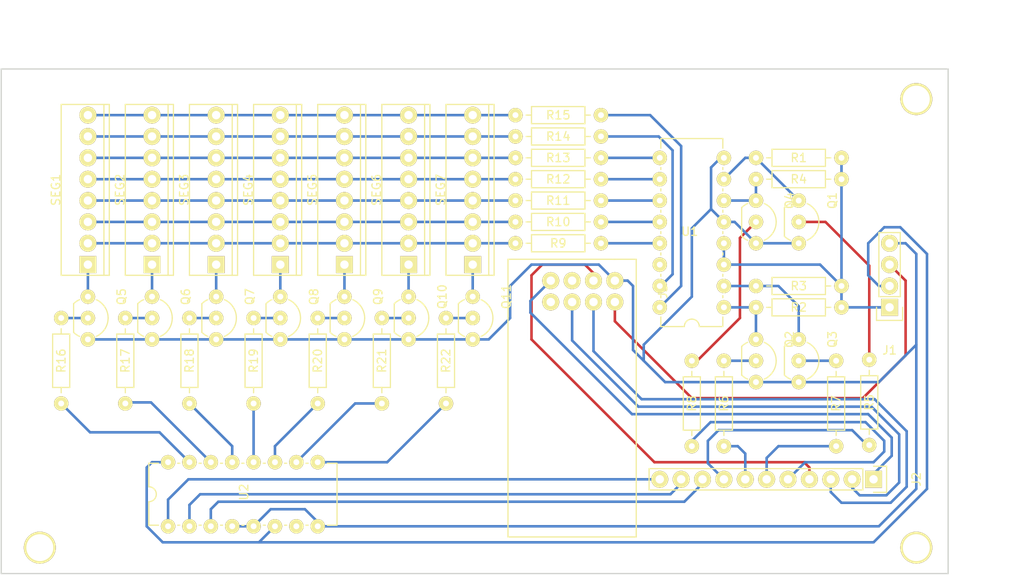
<source format=kicad_pcb>
(kicad_pcb (version 4) (host pcbnew 4.0.1-stable)

  (general
    (links 126)
    (no_connects 0)
    (area 126.925572 57.15 253 125.075001)
    (thickness 1.6)
    (drawings 6)
    (tracks 254)
    (zones 0)
    (modules 48)
    (nets 62)
  )

  (page A4)
  (layers
    (0 F.Cu signal)
    (31 B.Cu signal)
    (32 B.Adhes user)
    (33 F.Adhes user)
    (34 B.Paste user)
    (35 F.Paste user)
    (36 B.SilkS user)
    (37 F.SilkS user)
    (38 B.Mask user)
    (39 F.Mask user)
    (40 Dwgs.User user)
    (41 Cmts.User user)
    (42 Eco1.User user)
    (43 Eco2.User user)
    (44 Edge.Cuts user)
    (45 Margin user)
    (46 B.CrtYd user)
    (47 F.CrtYd user)
    (48 B.Fab user)
    (49 F.Fab user)
  )

  (setup
    (last_trace_width 0.3048)
    (trace_clearance 0.508)
    (zone_clearance 0.508)
    (zone_45_only no)
    (trace_min 0.3048)
    (segment_width 0.2)
    (edge_width 0.15)
    (via_size 0.6)
    (via_drill 0.4)
    (via_min_size 0.4)
    (via_min_drill 0.3)
    (uvia_size 0.3)
    (uvia_drill 0.1)
    (uvias_allowed no)
    (uvia_min_size 0.2)
    (uvia_min_drill 0.1)
    (pcb_text_width 0.3)
    (pcb_text_size 1.5 1.5)
    (mod_edge_width 0.15)
    (mod_text_size 1 1)
    (mod_text_width 0.15)
    (pad_size 1.524 1.524)
    (pad_drill 0.762)
    (pad_to_mask_clearance 0.2)
    (aux_axis_origin 0 0)
    (visible_elements 7FFEFFFF)
    (pcbplotparams
      (layerselection 0x01020_00000000)
      (usegerberextensions false)
      (excludeedgelayer true)
      (linewidth 0.100000)
      (plotframeref false)
      (viasonmask false)
      (mode 1)
      (useauxorigin false)
      (hpglpennumber 1)
      (hpglpenspeed 20)
      (hpglpendiameter 15)
      (hpglpenoverlay 2)
      (psnegative false)
      (psa4output false)
      (plotreference true)
      (plotvalue false)
      (plotinvisibletext false)
      (padsonsilk false)
      (subtractmaskfromsilk false)
      (outputformat 1)
      (mirror false)
      (drillshape 0)
      (scaleselection 1)
      (outputdirectory ""))
  )

  (net 0 "")
  (net 1 +3V3)
  (net 2 +5V)
  (net 3 GND)
  (net 4 PinD12)
  (net 5 PinD11)
  (net 6 PinD10)
  (net 7 PinD9)
  (net 8 PinD8)
  (net 9 PinD7)
  (net 10 PinD6)
  (net 11 PinD5)
  (net 12 PinD4)
  (net 13 PinD3)
  (net 14 PinD2)
  (net 15 PinD13)
  (net 16 "Net-(J3-Pad8)")
  (net 17 "Net-(Q1-Pad2)")
  (net 18 "Net-(Q1-Pad1)")
  (net 19 "Net-(Q2-Pad2)")
  (net 20 "Net-(Q2-Pad1)")
  (net 21 "Net-(Q3-Pad2)")
  (net 22 "Net-(Q3-Pad1)")
  (net 23 "Net-(Q4-Pad2)")
  (net 24 "Net-(Q4-Pad1)")
  (net 25 "Net-(Q5-Pad2)")
  (net 26 "Net-(Q5-Pad1)")
  (net 27 "Net-(Q6-Pad2)")
  (net 28 "Net-(Q6-Pad1)")
  (net 29 "Net-(Q7-Pad2)")
  (net 30 "Net-(Q7-Pad1)")
  (net 31 "Net-(Q8-Pad2)")
  (net 32 "Net-(Q8-Pad1)")
  (net 33 "Net-(Q9-Pad2)")
  (net 34 "Net-(Q9-Pad1)")
  (net 35 "Net-(Q10-Pad2)")
  (net 36 "Net-(Q10-Pad1)")
  (net 37 "Net-(Q11-Pad2)")
  (net 38 "Net-(Q11-Pad1)")
  (net 39 +9V)
  (net 40 "Net-(R9-Pad1)")
  (net 41 "Net-(R9-Pad2)")
  (net 42 "Net-(R10-Pad1)")
  (net 43 "Net-(R10-Pad2)")
  (net 44 "Net-(R11-Pad1)")
  (net 45 "Net-(R11-Pad2)")
  (net 46 "Net-(R12-Pad1)")
  (net 47 "Net-(R12-Pad2)")
  (net 48 "Net-(R13-Pad1)")
  (net 49 "Net-(R13-Pad2)")
  (net 50 "Net-(R14-Pad1)")
  (net 51 "Net-(R14-Pad2)")
  (net 52 "Net-(R15-Pad1)")
  (net 53 "Net-(R15-Pad2)")
  (net 54 "Net-(R16-Pad1)")
  (net 55 "Net-(R17-Pad1)")
  (net 56 "Net-(R18-Pad1)")
  (net 57 "Net-(R19-Pad1)")
  (net 58 "Net-(R20-Pad1)")
  (net 59 "Net-(R21-Pad1)")
  (net 60 "Net-(R22-Pad1)")
  (net 61 "Net-(U2-Pad7)")

  (net_class Default "This is the default net class."
    (clearance 0.508)
    (trace_width 0.3048)
    (via_dia 0.6)
    (via_drill 0.4)
    (uvia_dia 0.3)
    (uvia_drill 0.1)
    (add_net +3V3)
    (add_net +5V)
    (add_net +9V)
    (add_net GND)
    (add_net "Net-(J3-Pad8)")
    (add_net "Net-(Q1-Pad1)")
    (add_net "Net-(Q1-Pad2)")
    (add_net "Net-(Q10-Pad1)")
    (add_net "Net-(Q10-Pad2)")
    (add_net "Net-(Q11-Pad1)")
    (add_net "Net-(Q11-Pad2)")
    (add_net "Net-(Q2-Pad1)")
    (add_net "Net-(Q2-Pad2)")
    (add_net "Net-(Q3-Pad1)")
    (add_net "Net-(Q3-Pad2)")
    (add_net "Net-(Q4-Pad1)")
    (add_net "Net-(Q4-Pad2)")
    (add_net "Net-(Q5-Pad1)")
    (add_net "Net-(Q5-Pad2)")
    (add_net "Net-(Q6-Pad1)")
    (add_net "Net-(Q6-Pad2)")
    (add_net "Net-(Q7-Pad1)")
    (add_net "Net-(Q7-Pad2)")
    (add_net "Net-(Q8-Pad1)")
    (add_net "Net-(Q8-Pad2)")
    (add_net "Net-(Q9-Pad1)")
    (add_net "Net-(Q9-Pad2)")
    (add_net "Net-(R10-Pad1)")
    (add_net "Net-(R10-Pad2)")
    (add_net "Net-(R11-Pad1)")
    (add_net "Net-(R11-Pad2)")
    (add_net "Net-(R12-Pad1)")
    (add_net "Net-(R12-Pad2)")
    (add_net "Net-(R13-Pad1)")
    (add_net "Net-(R13-Pad2)")
    (add_net "Net-(R14-Pad1)")
    (add_net "Net-(R14-Pad2)")
    (add_net "Net-(R15-Pad1)")
    (add_net "Net-(R15-Pad2)")
    (add_net "Net-(R16-Pad1)")
    (add_net "Net-(R17-Pad1)")
    (add_net "Net-(R18-Pad1)")
    (add_net "Net-(R19-Pad1)")
    (add_net "Net-(R20-Pad1)")
    (add_net "Net-(R21-Pad1)")
    (add_net "Net-(R22-Pad1)")
    (add_net "Net-(R9-Pad1)")
    (add_net "Net-(R9-Pad2)")
    (add_net "Net-(U2-Pad7)")
    (add_net PinD10)
    (add_net PinD11)
    (add_net PinD12)
    (add_net PinD13)
    (add_net PinD2)
    (add_net PinD3)
    (add_net PinD4)
    (add_net PinD5)
    (add_net PinD6)
    (add_net PinD7)
    (add_net PinD8)
    (add_net PinD9)
  )

  (module "Custom Footprint:Pin_Header_Straight_1x11" (layer F.Cu) (tedit 585FB6EB) (tstamp 585FBA92)
    (at 231.14 113.792 270)
    (descr "Through hole pin header")
    (tags "pin header")
    (path /585FABFB)
    (fp_text reference J2 (at 0 -5.1 270) (layer F.SilkS)
      (effects (font (size 1 1) (thickness 0.15)))
    )
    (fp_text value I/O (at 0 -3.1 270) (layer F.Fab)
      (effects (font (size 1 1) (thickness 0.15)))
    )
    (fp_line (start 1.27 13.97) (end 1.27 26.67) (layer F.SilkS) (width 0.15))
    (fp_line (start -1.27 13.97) (end -1.27 26.67) (layer F.SilkS) (width 0.15))
    (fp_line (start -1.27 26.67) (end 1.27 26.67) (layer F.SilkS) (width 0.15))
    (fp_line (start 1.27 1.27) (end 1.27 13.97) (layer F.SilkS) (width 0.15))
    (fp_line (start -1.27 13.97) (end -1.27 1.27) (layer F.SilkS) (width 0.15))
    (fp_line (start 1.55 -1.55) (end 1.55 0) (layer F.SilkS) (width 0.15))
    (fp_line (start 1.27 1.27) (end -1.27 1.27) (layer F.SilkS) (width 0.15))
    (fp_line (start -1.55 0) (end -1.55 -1.55) (layer F.SilkS) (width 0.15))
    (fp_line (start -1.55 -1.55) (end 1.55 -1.55) (layer F.SilkS) (width 0.15))
    (pad 1 thru_hole rect (at 0 0 270) (size 2.016 2.016) (drill 1) (layers *.Cu *.Mask F.SilkS)
      (net 4 PinD12))
    (pad 2 thru_hole circle (at 0 2.54 270) (size 2.016 2.016) (drill 1) (layers *.Cu *.Mask F.SilkS)
      (net 5 PinD11))
    (pad 3 thru_hole circle (at 0 5.08 270) (size 2.016 2.016) (drill 1) (layers *.Cu *.Mask F.SilkS)
      (net 6 PinD10))
    (pad 4 thru_hole circle (at 0 7.62 270) (size 2.016 2.016) (drill 1) (layers *.Cu *.Mask F.SilkS)
      (net 7 PinD9))
    (pad 5 thru_hole circle (at 0 10.16 270) (size 2.016 2.016) (drill 1) (layers *.Cu *.Mask F.SilkS)
      (net 8 PinD8))
    (pad 6 thru_hole circle (at 0 12.7 270) (size 2.016 2.016) (drill 1) (layers *.Cu *.Mask F.SilkS)
      (net 9 PinD7))
    (pad 7 thru_hole circle (at 0 15.24 270) (size 2.016 2.016) (drill 1) (layers *.Cu *.Mask F.SilkS)
      (net 10 PinD6))
    (pad 8 thru_hole circle (at 0 17.78 270) (size 2.016 2.016) (drill 1) (layers *.Cu *.Mask F.SilkS)
      (net 11 PinD5))
    (pad 9 thru_hole circle (at 0 20.32 270) (size 2.016 2.016) (drill 1) (layers *.Cu *.Mask F.SilkS)
      (net 12 PinD4))
    (pad 10 thru_hole circle (at 0 22.86 270) (size 2.016 2.016) (drill 1) (layers *.Cu *.Mask F.SilkS)
      (net 13 PinD3))
    (pad 11 thru_hole circle (at 0 25.4 270) (size 2.016 2.016) (drill 1) (layers *.Cu *.Mask F.SilkS)
      (net 14 PinD2))
    (model Pin_Headers.3dshapes/Pin_Header_Straight_1x06.wrl
      (at (xyz 0 -0.25 0))
      (scale (xyz 1 1 1))
      (rotate (xyz 0 0 90))
    )
  )

  (module ProjectSpecific:NRF24L01 (layer F.Cu) (tedit 585FB3C3) (tstamp 585FBAA3)
    (at 199.136 91.44 270)
    (path /583CE47A)
    (fp_text reference J3 (at 0 -6.985 270) (layer F.SilkS)
      (effects (font (size 1 1) (thickness 0.15)))
    )
    (fp_text value NRF24L01 (at 0 -5.08 270) (layer F.Fab)
      (effects (font (size 1 1) (thickness 0.15)))
    )
    (fp_line (start -3.81 -1.27) (end -3.81 -3.81) (layer F.SilkS) (width 0.15))
    (fp_line (start -3.81 -3.81) (end 29.21 -3.81) (layer F.SilkS) (width 0.15))
    (fp_line (start 29.21 -3.81) (end 29.21 11.43) (layer F.SilkS) (width 0.15))
    (fp_line (start 29.21 11.43) (end -3.81 11.43) (layer F.SilkS) (width 0.15))
    (fp_line (start -3.81 11.43) (end -3.81 -1.27) (layer F.SilkS) (width 0.15))
    (pad 1 thru_hole circle (at -1.27 -1.27 270) (size 2.016 2.016) (drill 1) (layers *.Cu *.Mask F.SilkS)
      (net 3 GND))
    (pad 2 thru_hole circle (at 1.27 -1.27 270) (size 2.016 2.016) (drill 1) (layers *.Cu *.Mask F.SilkS)
      (net 1 +3V3))
    (pad 3 thru_hole circle (at -1.27 1.27 270) (size 2.016 2.016) (drill 1) (layers *.Cu *.Mask F.SilkS)
      (net 7 PinD9))
    (pad 4 thru_hole circle (at 1.27 1.27 270) (size 2.016 2.016) (drill 1) (layers *.Cu *.Mask F.SilkS)
      (net 6 PinD10))
    (pad 5 thru_hole circle (at -1.27 3.81 270) (size 2.016 2.016) (drill 1) (layers *.Cu *.Mask F.SilkS)
      (net 15 PinD13))
    (pad 6 thru_hole circle (at 1.27 3.81 270) (size 2.016 2.016) (drill 1) (layers *.Cu *.Mask F.SilkS)
      (net 5 PinD11))
    (pad 7 thru_hole circle (at -1.27 6.35 270) (size 2.016 2.016) (drill 1) (layers *.Cu *.Mask F.SilkS)
      (net 4 PinD12))
    (pad 8 thru_hole circle (at 1.27 6.35 270) (size 2.016 2.016) (drill 1) (layers *.Cu *.Mask F.SilkS)
      (net 16 "Net-(J3-Pad8)"))
  )

  (module "Custom Footprint:TO-92_Inline_Wide" (layer F.Cu) (tedit 57DDA067) (tstamp 585FBAB3)
    (at 222.25 80.645 270)
    (descr "TO-92 leads in-line, wide, drill 0.8mm (see NXP sot054_po.pdf)")
    (tags "to-92 sc-43 sc-43a sot54 PA33 transistor")
    (path /583CDF70)
    (fp_text reference Q1 (at 0 -4 450) (layer F.SilkS)
      (effects (font (size 1 1) (thickness 0.15)))
    )
    (fp_text value 2N3904 (at 2.54 3.175 270) (layer F.Fab)
      (effects (font (size 1 1) (thickness 0.15)))
    )
    (fp_arc (start 2.54 0) (end 0.84 1.7) (angle 20.5) (layer F.SilkS) (width 0.15))
    (fp_arc (start 2.54 0) (end 4.24 1.7) (angle -20.5) (layer F.SilkS) (width 0.15))
    (fp_line (start -1 1.95) (end -1 -2.65) (layer F.CrtYd) (width 0.05))
    (fp_line (start -1 1.95) (end 6.1 1.95) (layer F.CrtYd) (width 0.05))
    (fp_line (start 0.84 1.7) (end 4.24 1.7) (layer F.SilkS) (width 0.15))
    (fp_arc (start 2.54 0) (end 2.54 -2.4) (angle -65.55604127) (layer F.SilkS) (width 0.15))
    (fp_arc (start 2.54 0) (end 2.54 -2.4) (angle 65.55604127) (layer F.SilkS) (width 0.15))
    (fp_line (start -1 -2.65) (end 6.1 -2.65) (layer F.CrtYd) (width 0.05))
    (fp_line (start 6.1 1.95) (end 6.1 -2.65) (layer F.CrtYd) (width 0.05))
    (pad 2 thru_hole circle (at 2.54 0) (size 1.716 1.716) (drill 0.7) (layers *.Cu *.Mask F.SilkS)
      (net 17 "Net-(Q1-Pad2)"))
    (pad 3 thru_hole circle (at 5.08 0) (size 1.716 1.716) (drill 0.7) (layers *.Cu *.Mask F.SilkS)
      (net 3 GND))
    (pad 1 thru_hole circle (at 0 0) (size 1.716 1.716) (drill 0.7) (layers *.Cu *.Mask F.SilkS)
      (net 18 "Net-(Q1-Pad1)"))
    (model TO_SOT_Packages_THT.3dshapes/TO-92_Inline_Wide.wrl
      (at (xyz 0.1 0 0))
      (scale (xyz 1 1 1))
      (rotate (xyz 0 0 -90))
    )
  )

  (module "Custom Footprint:TO-92_Inline_Wide" (layer F.Cu) (tedit 57DDA067) (tstamp 585FBAC3)
    (at 217.17 97.155 270)
    (descr "TO-92 leads in-line, wide, drill 0.8mm (see NXP sot054_po.pdf)")
    (tags "to-92 sc-43 sc-43a sot54 PA33 transistor")
    (path /583CDF8F)
    (fp_text reference Q2 (at 0 -4 450) (layer F.SilkS)
      (effects (font (size 1 1) (thickness 0.15)))
    )
    (fp_text value 2N3904 (at 2.54 3.175 270) (layer F.Fab)
      (effects (font (size 1 1) (thickness 0.15)))
    )
    (fp_arc (start 2.54 0) (end 0.84 1.7) (angle 20.5) (layer F.SilkS) (width 0.15))
    (fp_arc (start 2.54 0) (end 4.24 1.7) (angle -20.5) (layer F.SilkS) (width 0.15))
    (fp_line (start -1 1.95) (end -1 -2.65) (layer F.CrtYd) (width 0.05))
    (fp_line (start -1 1.95) (end 6.1 1.95) (layer F.CrtYd) (width 0.05))
    (fp_line (start 0.84 1.7) (end 4.24 1.7) (layer F.SilkS) (width 0.15))
    (fp_arc (start 2.54 0) (end 2.54 -2.4) (angle -65.55604127) (layer F.SilkS) (width 0.15))
    (fp_arc (start 2.54 0) (end 2.54 -2.4) (angle 65.55604127) (layer F.SilkS) (width 0.15))
    (fp_line (start -1 -2.65) (end 6.1 -2.65) (layer F.CrtYd) (width 0.05))
    (fp_line (start 6.1 1.95) (end 6.1 -2.65) (layer F.CrtYd) (width 0.05))
    (pad 2 thru_hole circle (at 2.54 0) (size 1.716 1.716) (drill 0.7) (layers *.Cu *.Mask F.SilkS)
      (net 19 "Net-(Q2-Pad2)"))
    (pad 3 thru_hole circle (at 5.08 0) (size 1.716 1.716) (drill 0.7) (layers *.Cu *.Mask F.SilkS)
      (net 3 GND))
    (pad 1 thru_hole circle (at 0 0) (size 1.716 1.716) (drill 0.7) (layers *.Cu *.Mask F.SilkS)
      (net 20 "Net-(Q2-Pad1)"))
    (model TO_SOT_Packages_THT.3dshapes/TO-92_Inline_Wide.wrl
      (at (xyz 0.1 0 0))
      (scale (xyz 1 1 1))
      (rotate (xyz 0 0 -90))
    )
  )

  (module "Custom Footprint:TO-92_Inline_Wide" (layer F.Cu) (tedit 57DDA067) (tstamp 585FBAD3)
    (at 222.25 97.155 270)
    (descr "TO-92 leads in-line, wide, drill 0.8mm (see NXP sot054_po.pdf)")
    (tags "to-92 sc-43 sc-43a sot54 PA33 transistor")
    (path /583CDFB8)
    (fp_text reference Q3 (at 0 -4 450) (layer F.SilkS)
      (effects (font (size 1 1) (thickness 0.15)))
    )
    (fp_text value 2N3904 (at 2.54 3.175 270) (layer F.Fab)
      (effects (font (size 1 1) (thickness 0.15)))
    )
    (fp_arc (start 2.54 0) (end 0.84 1.7) (angle 20.5) (layer F.SilkS) (width 0.15))
    (fp_arc (start 2.54 0) (end 4.24 1.7) (angle -20.5) (layer F.SilkS) (width 0.15))
    (fp_line (start -1 1.95) (end -1 -2.65) (layer F.CrtYd) (width 0.05))
    (fp_line (start -1 1.95) (end 6.1 1.95) (layer F.CrtYd) (width 0.05))
    (fp_line (start 0.84 1.7) (end 4.24 1.7) (layer F.SilkS) (width 0.15))
    (fp_arc (start 2.54 0) (end 2.54 -2.4) (angle -65.55604127) (layer F.SilkS) (width 0.15))
    (fp_arc (start 2.54 0) (end 2.54 -2.4) (angle 65.55604127) (layer F.SilkS) (width 0.15))
    (fp_line (start -1 -2.65) (end 6.1 -2.65) (layer F.CrtYd) (width 0.05))
    (fp_line (start 6.1 1.95) (end 6.1 -2.65) (layer F.CrtYd) (width 0.05))
    (pad 2 thru_hole circle (at 2.54 0) (size 1.716 1.716) (drill 0.7) (layers *.Cu *.Mask F.SilkS)
      (net 21 "Net-(Q3-Pad2)"))
    (pad 3 thru_hole circle (at 5.08 0) (size 1.716 1.716) (drill 0.7) (layers *.Cu *.Mask F.SilkS)
      (net 3 GND))
    (pad 1 thru_hole circle (at 0 0) (size 1.716 1.716) (drill 0.7) (layers *.Cu *.Mask F.SilkS)
      (net 22 "Net-(Q3-Pad1)"))
    (model TO_SOT_Packages_THT.3dshapes/TO-92_Inline_Wide.wrl
      (at (xyz 0.1 0 0))
      (scale (xyz 1 1 1))
      (rotate (xyz 0 0 -90))
    )
  )

  (module "Custom Footprint:TO-92_Inline_Wide" (layer F.Cu) (tedit 57DDA067) (tstamp 585FBAE3)
    (at 217.17 80.645 270)
    (descr "TO-92 leads in-line, wide, drill 0.8mm (see NXP sot054_po.pdf)")
    (tags "to-92 sc-43 sc-43a sot54 PA33 transistor")
    (path /583CE44E)
    (fp_text reference Q4 (at 0 -4 450) (layer F.SilkS)
      (effects (font (size 1 1) (thickness 0.15)))
    )
    (fp_text value 2N3904 (at 2.54 3.175 270) (layer F.Fab)
      (effects (font (size 1 1) (thickness 0.15)))
    )
    (fp_arc (start 2.54 0) (end 0.84 1.7) (angle 20.5) (layer F.SilkS) (width 0.15))
    (fp_arc (start 2.54 0) (end 4.24 1.7) (angle -20.5) (layer F.SilkS) (width 0.15))
    (fp_line (start -1 1.95) (end -1 -2.65) (layer F.CrtYd) (width 0.05))
    (fp_line (start -1 1.95) (end 6.1 1.95) (layer F.CrtYd) (width 0.05))
    (fp_line (start 0.84 1.7) (end 4.24 1.7) (layer F.SilkS) (width 0.15))
    (fp_arc (start 2.54 0) (end 2.54 -2.4) (angle -65.55604127) (layer F.SilkS) (width 0.15))
    (fp_arc (start 2.54 0) (end 2.54 -2.4) (angle 65.55604127) (layer F.SilkS) (width 0.15))
    (fp_line (start -1 -2.65) (end 6.1 -2.65) (layer F.CrtYd) (width 0.05))
    (fp_line (start 6.1 1.95) (end 6.1 -2.65) (layer F.CrtYd) (width 0.05))
    (pad 2 thru_hole circle (at 2.54 0) (size 1.716 1.716) (drill 0.7) (layers *.Cu *.Mask F.SilkS)
      (net 23 "Net-(Q4-Pad2)"))
    (pad 3 thru_hole circle (at 5.08 0) (size 1.716 1.716) (drill 0.7) (layers *.Cu *.Mask F.SilkS)
      (net 3 GND))
    (pad 1 thru_hole circle (at 0 0) (size 1.716 1.716) (drill 0.7) (layers *.Cu *.Mask F.SilkS)
      (net 24 "Net-(Q4-Pad1)"))
    (model TO_SOT_Packages_THT.3dshapes/TO-92_Inline_Wide.wrl
      (at (xyz 0.1 0 0))
      (scale (xyz 1 1 1))
      (rotate (xyz 0 0 -90))
    )
  )

  (module "Custom Footprint:TO-92_Inline_Wide" (layer F.Cu) (tedit 57DDA067) (tstamp 585FBAF3)
    (at 137.795 92.075 270)
    (descr "TO-92 leads in-line, wide, drill 0.8mm (see NXP sot054_po.pdf)")
    (tags "to-92 sc-43 sc-43a sot54 PA33 transistor")
    (path /583CDD0D)
    (fp_text reference Q5 (at 0 -4 450) (layer F.SilkS)
      (effects (font (size 1 1) (thickness 0.15)))
    )
    (fp_text value 2N3904 (at 2.54 3.175 270) (layer F.Fab)
      (effects (font (size 1 1) (thickness 0.15)))
    )
    (fp_arc (start 2.54 0) (end 0.84 1.7) (angle 20.5) (layer F.SilkS) (width 0.15))
    (fp_arc (start 2.54 0) (end 4.24 1.7) (angle -20.5) (layer F.SilkS) (width 0.15))
    (fp_line (start -1 1.95) (end -1 -2.65) (layer F.CrtYd) (width 0.05))
    (fp_line (start -1 1.95) (end 6.1 1.95) (layer F.CrtYd) (width 0.05))
    (fp_line (start 0.84 1.7) (end 4.24 1.7) (layer F.SilkS) (width 0.15))
    (fp_arc (start 2.54 0) (end 2.54 -2.4) (angle -65.55604127) (layer F.SilkS) (width 0.15))
    (fp_arc (start 2.54 0) (end 2.54 -2.4) (angle 65.55604127) (layer F.SilkS) (width 0.15))
    (fp_line (start -1 -2.65) (end 6.1 -2.65) (layer F.CrtYd) (width 0.05))
    (fp_line (start 6.1 1.95) (end 6.1 -2.65) (layer F.CrtYd) (width 0.05))
    (pad 2 thru_hole circle (at 2.54 0) (size 1.716 1.716) (drill 0.7) (layers *.Cu *.Mask F.SilkS)
      (net 25 "Net-(Q5-Pad2)"))
    (pad 3 thru_hole circle (at 5.08 0) (size 1.716 1.716) (drill 0.7) (layers *.Cu *.Mask F.SilkS)
      (net 3 GND))
    (pad 1 thru_hole circle (at 0 0) (size 1.716 1.716) (drill 0.7) (layers *.Cu *.Mask F.SilkS)
      (net 26 "Net-(Q5-Pad1)"))
    (model TO_SOT_Packages_THT.3dshapes/TO-92_Inline_Wide.wrl
      (at (xyz 0.1 0 0))
      (scale (xyz 1 1 1))
      (rotate (xyz 0 0 -90))
    )
  )

  (module "Custom Footprint:TO-92_Inline_Wide" (layer F.Cu) (tedit 57DDA067) (tstamp 585FBB03)
    (at 145.415 92.075 270)
    (descr "TO-92 leads in-line, wide, drill 0.8mm (see NXP sot054_po.pdf)")
    (tags "to-92 sc-43 sc-43a sot54 PA33 transistor")
    (path /583CE536)
    (fp_text reference Q6 (at 0 -4 450) (layer F.SilkS)
      (effects (font (size 1 1) (thickness 0.15)))
    )
    (fp_text value 2N3904 (at 2.54 3.175 270) (layer F.Fab)
      (effects (font (size 1 1) (thickness 0.15)))
    )
    (fp_arc (start 2.54 0) (end 0.84 1.7) (angle 20.5) (layer F.SilkS) (width 0.15))
    (fp_arc (start 2.54 0) (end 4.24 1.7) (angle -20.5) (layer F.SilkS) (width 0.15))
    (fp_line (start -1 1.95) (end -1 -2.65) (layer F.CrtYd) (width 0.05))
    (fp_line (start -1 1.95) (end 6.1 1.95) (layer F.CrtYd) (width 0.05))
    (fp_line (start 0.84 1.7) (end 4.24 1.7) (layer F.SilkS) (width 0.15))
    (fp_arc (start 2.54 0) (end 2.54 -2.4) (angle -65.55604127) (layer F.SilkS) (width 0.15))
    (fp_arc (start 2.54 0) (end 2.54 -2.4) (angle 65.55604127) (layer F.SilkS) (width 0.15))
    (fp_line (start -1 -2.65) (end 6.1 -2.65) (layer F.CrtYd) (width 0.05))
    (fp_line (start 6.1 1.95) (end 6.1 -2.65) (layer F.CrtYd) (width 0.05))
    (pad 2 thru_hole circle (at 2.54 0) (size 1.716 1.716) (drill 0.7) (layers *.Cu *.Mask F.SilkS)
      (net 27 "Net-(Q6-Pad2)"))
    (pad 3 thru_hole circle (at 5.08 0) (size 1.716 1.716) (drill 0.7) (layers *.Cu *.Mask F.SilkS)
      (net 3 GND))
    (pad 1 thru_hole circle (at 0 0) (size 1.716 1.716) (drill 0.7) (layers *.Cu *.Mask F.SilkS)
      (net 28 "Net-(Q6-Pad1)"))
    (model TO_SOT_Packages_THT.3dshapes/TO-92_Inline_Wide.wrl
      (at (xyz 0.1 0 0))
      (scale (xyz 1 1 1))
      (rotate (xyz 0 0 -90))
    )
  )

  (module "Custom Footprint:TO-92_Inline_Wide" (layer F.Cu) (tedit 57DDA067) (tstamp 585FBB13)
    (at 153.035 92.075 270)
    (descr "TO-92 leads in-line, wide, drill 0.8mm (see NXP sot054_po.pdf)")
    (tags "to-92 sc-43 sc-43a sot54 PA33 transistor")
    (path /583CE557)
    (fp_text reference Q7 (at 0 -4 450) (layer F.SilkS)
      (effects (font (size 1 1) (thickness 0.15)))
    )
    (fp_text value 2N3904 (at 2.54 3.175 270) (layer F.Fab)
      (effects (font (size 1 1) (thickness 0.15)))
    )
    (fp_arc (start 2.54 0) (end 0.84 1.7) (angle 20.5) (layer F.SilkS) (width 0.15))
    (fp_arc (start 2.54 0) (end 4.24 1.7) (angle -20.5) (layer F.SilkS) (width 0.15))
    (fp_line (start -1 1.95) (end -1 -2.65) (layer F.CrtYd) (width 0.05))
    (fp_line (start -1 1.95) (end 6.1 1.95) (layer F.CrtYd) (width 0.05))
    (fp_line (start 0.84 1.7) (end 4.24 1.7) (layer F.SilkS) (width 0.15))
    (fp_arc (start 2.54 0) (end 2.54 -2.4) (angle -65.55604127) (layer F.SilkS) (width 0.15))
    (fp_arc (start 2.54 0) (end 2.54 -2.4) (angle 65.55604127) (layer F.SilkS) (width 0.15))
    (fp_line (start -1 -2.65) (end 6.1 -2.65) (layer F.CrtYd) (width 0.05))
    (fp_line (start 6.1 1.95) (end 6.1 -2.65) (layer F.CrtYd) (width 0.05))
    (pad 2 thru_hole circle (at 2.54 0) (size 1.716 1.716) (drill 0.7) (layers *.Cu *.Mask F.SilkS)
      (net 29 "Net-(Q7-Pad2)"))
    (pad 3 thru_hole circle (at 5.08 0) (size 1.716 1.716) (drill 0.7) (layers *.Cu *.Mask F.SilkS)
      (net 3 GND))
    (pad 1 thru_hole circle (at 0 0) (size 1.716 1.716) (drill 0.7) (layers *.Cu *.Mask F.SilkS)
      (net 30 "Net-(Q7-Pad1)"))
    (model TO_SOT_Packages_THT.3dshapes/TO-92_Inline_Wide.wrl
      (at (xyz 0.1 0 0))
      (scale (xyz 1 1 1))
      (rotate (xyz 0 0 -90))
    )
  )

  (module "Custom Footprint:TO-92_Inline_Wide" (layer F.Cu) (tedit 57DDA067) (tstamp 585FBB23)
    (at 160.655 92.075 270)
    (descr "TO-92 leads in-line, wide, drill 0.8mm (see NXP sot054_po.pdf)")
    (tags "to-92 sc-43 sc-43a sot54 PA33 transistor")
    (path /583CE569)
    (fp_text reference Q8 (at 0 -4 450) (layer F.SilkS)
      (effects (font (size 1 1) (thickness 0.15)))
    )
    (fp_text value 2N3904 (at 2.54 3.175 270) (layer F.Fab)
      (effects (font (size 1 1) (thickness 0.15)))
    )
    (fp_arc (start 2.54 0) (end 0.84 1.7) (angle 20.5) (layer F.SilkS) (width 0.15))
    (fp_arc (start 2.54 0) (end 4.24 1.7) (angle -20.5) (layer F.SilkS) (width 0.15))
    (fp_line (start -1 1.95) (end -1 -2.65) (layer F.CrtYd) (width 0.05))
    (fp_line (start -1 1.95) (end 6.1 1.95) (layer F.CrtYd) (width 0.05))
    (fp_line (start 0.84 1.7) (end 4.24 1.7) (layer F.SilkS) (width 0.15))
    (fp_arc (start 2.54 0) (end 2.54 -2.4) (angle -65.55604127) (layer F.SilkS) (width 0.15))
    (fp_arc (start 2.54 0) (end 2.54 -2.4) (angle 65.55604127) (layer F.SilkS) (width 0.15))
    (fp_line (start -1 -2.65) (end 6.1 -2.65) (layer F.CrtYd) (width 0.05))
    (fp_line (start 6.1 1.95) (end 6.1 -2.65) (layer F.CrtYd) (width 0.05))
    (pad 2 thru_hole circle (at 2.54 0) (size 1.716 1.716) (drill 0.7) (layers *.Cu *.Mask F.SilkS)
      (net 31 "Net-(Q8-Pad2)"))
    (pad 3 thru_hole circle (at 5.08 0) (size 1.716 1.716) (drill 0.7) (layers *.Cu *.Mask F.SilkS)
      (net 3 GND))
    (pad 1 thru_hole circle (at 0 0) (size 1.716 1.716) (drill 0.7) (layers *.Cu *.Mask F.SilkS)
      (net 32 "Net-(Q8-Pad1)"))
    (model TO_SOT_Packages_THT.3dshapes/TO-92_Inline_Wide.wrl
      (at (xyz 0.1 0 0))
      (scale (xyz 1 1 1))
      (rotate (xyz 0 0 -90))
    )
  )

  (module "Custom Footprint:TO-92_Inline_Wide" (layer F.Cu) (tedit 57DDA067) (tstamp 585FBB33)
    (at 168.275 92.075 270)
    (descr "TO-92 leads in-line, wide, drill 0.8mm (see NXP sot054_po.pdf)")
    (tags "to-92 sc-43 sc-43a sot54 PA33 transistor")
    (path /583CE57B)
    (fp_text reference Q9 (at 0 -4 450) (layer F.SilkS)
      (effects (font (size 1 1) (thickness 0.15)))
    )
    (fp_text value 2N3904 (at 2.54 3.175 270) (layer F.Fab)
      (effects (font (size 1 1) (thickness 0.15)))
    )
    (fp_arc (start 2.54 0) (end 0.84 1.7) (angle 20.5) (layer F.SilkS) (width 0.15))
    (fp_arc (start 2.54 0) (end 4.24 1.7) (angle -20.5) (layer F.SilkS) (width 0.15))
    (fp_line (start -1 1.95) (end -1 -2.65) (layer F.CrtYd) (width 0.05))
    (fp_line (start -1 1.95) (end 6.1 1.95) (layer F.CrtYd) (width 0.05))
    (fp_line (start 0.84 1.7) (end 4.24 1.7) (layer F.SilkS) (width 0.15))
    (fp_arc (start 2.54 0) (end 2.54 -2.4) (angle -65.55604127) (layer F.SilkS) (width 0.15))
    (fp_arc (start 2.54 0) (end 2.54 -2.4) (angle 65.55604127) (layer F.SilkS) (width 0.15))
    (fp_line (start -1 -2.65) (end 6.1 -2.65) (layer F.CrtYd) (width 0.05))
    (fp_line (start 6.1 1.95) (end 6.1 -2.65) (layer F.CrtYd) (width 0.05))
    (pad 2 thru_hole circle (at 2.54 0) (size 1.716 1.716) (drill 0.7) (layers *.Cu *.Mask F.SilkS)
      (net 33 "Net-(Q9-Pad2)"))
    (pad 3 thru_hole circle (at 5.08 0) (size 1.716 1.716) (drill 0.7) (layers *.Cu *.Mask F.SilkS)
      (net 3 GND))
    (pad 1 thru_hole circle (at 0 0) (size 1.716 1.716) (drill 0.7) (layers *.Cu *.Mask F.SilkS)
      (net 34 "Net-(Q9-Pad1)"))
    (model TO_SOT_Packages_THT.3dshapes/TO-92_Inline_Wide.wrl
      (at (xyz 0.1 0 0))
      (scale (xyz 1 1 1))
      (rotate (xyz 0 0 -90))
    )
  )

  (module "Custom Footprint:TO-92_Inline_Wide" (layer F.Cu) (tedit 57DDA067) (tstamp 585FBB43)
    (at 175.895 92.075 270)
    (descr "TO-92 leads in-line, wide, drill 0.8mm (see NXP sot054_po.pdf)")
    (tags "to-92 sc-43 sc-43a sot54 PA33 transistor")
    (path /583CE58D)
    (fp_text reference Q10 (at 0 -4 450) (layer F.SilkS)
      (effects (font (size 1 1) (thickness 0.15)))
    )
    (fp_text value 2N3904 (at 2.54 3.175 270) (layer F.Fab)
      (effects (font (size 1 1) (thickness 0.15)))
    )
    (fp_arc (start 2.54 0) (end 0.84 1.7) (angle 20.5) (layer F.SilkS) (width 0.15))
    (fp_arc (start 2.54 0) (end 4.24 1.7) (angle -20.5) (layer F.SilkS) (width 0.15))
    (fp_line (start -1 1.95) (end -1 -2.65) (layer F.CrtYd) (width 0.05))
    (fp_line (start -1 1.95) (end 6.1 1.95) (layer F.CrtYd) (width 0.05))
    (fp_line (start 0.84 1.7) (end 4.24 1.7) (layer F.SilkS) (width 0.15))
    (fp_arc (start 2.54 0) (end 2.54 -2.4) (angle -65.55604127) (layer F.SilkS) (width 0.15))
    (fp_arc (start 2.54 0) (end 2.54 -2.4) (angle 65.55604127) (layer F.SilkS) (width 0.15))
    (fp_line (start -1 -2.65) (end 6.1 -2.65) (layer F.CrtYd) (width 0.05))
    (fp_line (start 6.1 1.95) (end 6.1 -2.65) (layer F.CrtYd) (width 0.05))
    (pad 2 thru_hole circle (at 2.54 0) (size 1.716 1.716) (drill 0.7) (layers *.Cu *.Mask F.SilkS)
      (net 35 "Net-(Q10-Pad2)"))
    (pad 3 thru_hole circle (at 5.08 0) (size 1.716 1.716) (drill 0.7) (layers *.Cu *.Mask F.SilkS)
      (net 3 GND))
    (pad 1 thru_hole circle (at 0 0) (size 1.716 1.716) (drill 0.7) (layers *.Cu *.Mask F.SilkS)
      (net 36 "Net-(Q10-Pad1)"))
    (model TO_SOT_Packages_THT.3dshapes/TO-92_Inline_Wide.wrl
      (at (xyz 0.1 0 0))
      (scale (xyz 1 1 1))
      (rotate (xyz 0 0 -90))
    )
  )

  (module "Custom Footprint:TO-92_Inline_Wide" (layer F.Cu) (tedit 57DDA067) (tstamp 585FBB53)
    (at 183.515 92.075 270)
    (descr "TO-92 leads in-line, wide, drill 0.8mm (see NXP sot054_po.pdf)")
    (tags "to-92 sc-43 sc-43a sot54 PA33 transistor")
    (path /583CE59F)
    (fp_text reference Q11 (at 0 -4 450) (layer F.SilkS)
      (effects (font (size 1 1) (thickness 0.15)))
    )
    (fp_text value 2N3904 (at 2.54 3.175 270) (layer F.Fab)
      (effects (font (size 1 1) (thickness 0.15)))
    )
    (fp_arc (start 2.54 0) (end 0.84 1.7) (angle 20.5) (layer F.SilkS) (width 0.15))
    (fp_arc (start 2.54 0) (end 4.24 1.7) (angle -20.5) (layer F.SilkS) (width 0.15))
    (fp_line (start -1 1.95) (end -1 -2.65) (layer F.CrtYd) (width 0.05))
    (fp_line (start -1 1.95) (end 6.1 1.95) (layer F.CrtYd) (width 0.05))
    (fp_line (start 0.84 1.7) (end 4.24 1.7) (layer F.SilkS) (width 0.15))
    (fp_arc (start 2.54 0) (end 2.54 -2.4) (angle -65.55604127) (layer F.SilkS) (width 0.15))
    (fp_arc (start 2.54 0) (end 2.54 -2.4) (angle 65.55604127) (layer F.SilkS) (width 0.15))
    (fp_line (start -1 -2.65) (end 6.1 -2.65) (layer F.CrtYd) (width 0.05))
    (fp_line (start 6.1 1.95) (end 6.1 -2.65) (layer F.CrtYd) (width 0.05))
    (pad 2 thru_hole circle (at 2.54 0) (size 1.716 1.716) (drill 0.7) (layers *.Cu *.Mask F.SilkS)
      (net 37 "Net-(Q11-Pad2)"))
    (pad 3 thru_hole circle (at 5.08 0) (size 1.716 1.716) (drill 0.7) (layers *.Cu *.Mask F.SilkS)
      (net 3 GND))
    (pad 1 thru_hole circle (at 0 0) (size 1.716 1.716) (drill 0.7) (layers *.Cu *.Mask F.SilkS)
      (net 38 "Net-(Q11-Pad1)"))
    (model TO_SOT_Packages_THT.3dshapes/TO-92_Inline_Wide.wrl
      (at (xyz 0.1 0 0))
      (scale (xyz 1 1 1))
      (rotate (xyz 0 0 -90))
    )
  )

  (module "Custom Footprint:Resistor-0.25W" (layer F.Cu) (tedit 57E029C8) (tstamp 585FBB60)
    (at 227.33 75.565 180)
    (descr "Resitance 4 pas")
    (tags R)
    (path /583CDB10)
    (fp_text reference R1 (at 5.08 0 180) (layer F.SilkS)
      (effects (font (size 1 1) (thickness 0.15)))
    )
    (fp_text value 10kΩ (at 5.08 1.905 180) (layer F.Fab)
      (effects (font (size 1 1) (thickness 0.15)))
    )
    (fp_line (start 8.255 1.016) (end 1.905 1.016) (layer F.SilkS) (width 0.15))
    (fp_line (start 1.905 -1.016) (end 8.255 -1.016) (layer F.SilkS) (width 0.15))
    (fp_line (start 8.255 0) (end 8.89 0) (layer F.SilkS) (width 0.15))
    (fp_line (start 1.905 0) (end 1.27 0) (layer F.SilkS) (width 0.15))
    (fp_line (start 1.905 0) (end 1.905 -1.016) (layer F.SilkS) (width 0.15))
    (fp_line (start 8.255 -1.016) (end 8.255 1.016) (layer F.SilkS) (width 0.15))
    (fp_line (start 1.905 1.016) (end 1.905 0) (layer F.SilkS) (width 0.15))
    (pad 1 thru_hole circle (at 0 0 180) (size 1.716 1.716) (drill 0.7) (layers *.Cu *.Mask F.SilkS)
      (net 39 +9V))
    (pad 2 thru_hole circle (at 10.16 0 180) (size 1.716 1.716) (drill 0.7) (layers *.Cu *.Mask F.SilkS)
      (net 18 "Net-(Q1-Pad1)"))
    (model Discret.3dshapes/R4.wrl
      (at (xyz 0 0 0))
      (scale (xyz 0.4 0.4 0.4))
      (rotate (xyz 0 0 0))
    )
  )

  (module "Custom Footprint:Resistor-0.25W" (layer F.Cu) (tedit 57E029C8) (tstamp 585FBB6D)
    (at 227.33 93.345 180)
    (descr "Resitance 4 pas")
    (tags R)
    (path /583CDB05)
    (fp_text reference R2 (at 5.08 0 180) (layer F.SilkS)
      (effects (font (size 1 1) (thickness 0.15)))
    )
    (fp_text value 10kΩ (at 5.08 1.905 180) (layer F.Fab)
      (effects (font (size 1 1) (thickness 0.15)))
    )
    (fp_line (start 8.255 1.016) (end 1.905 1.016) (layer F.SilkS) (width 0.15))
    (fp_line (start 1.905 -1.016) (end 8.255 -1.016) (layer F.SilkS) (width 0.15))
    (fp_line (start 8.255 0) (end 8.89 0) (layer F.SilkS) (width 0.15))
    (fp_line (start 1.905 0) (end 1.27 0) (layer F.SilkS) (width 0.15))
    (fp_line (start 1.905 0) (end 1.905 -1.016) (layer F.SilkS) (width 0.15))
    (fp_line (start 8.255 -1.016) (end 8.255 1.016) (layer F.SilkS) (width 0.15))
    (fp_line (start 1.905 1.016) (end 1.905 0) (layer F.SilkS) (width 0.15))
    (pad 1 thru_hole circle (at 0 0 180) (size 1.716 1.716) (drill 0.7) (layers *.Cu *.Mask F.SilkS)
      (net 39 +9V))
    (pad 2 thru_hole circle (at 10.16 0 180) (size 1.716 1.716) (drill 0.7) (layers *.Cu *.Mask F.SilkS)
      (net 20 "Net-(Q2-Pad1)"))
    (model Discret.3dshapes/R4.wrl
      (at (xyz 0 0 0))
      (scale (xyz 0.4 0.4 0.4))
      (rotate (xyz 0 0 0))
    )
  )

  (module "Custom Footprint:Resistor-0.25W" (layer F.Cu) (tedit 57E029C8) (tstamp 585FBB7A)
    (at 227.33 90.805 180)
    (descr "Resitance 4 pas")
    (tags R)
    (path /583CDAFA)
    (fp_text reference R3 (at 5.08 0 180) (layer F.SilkS)
      (effects (font (size 1 1) (thickness 0.15)))
    )
    (fp_text value 10kΩ (at 5.08 1.905 180) (layer F.Fab)
      (effects (font (size 1 1) (thickness 0.15)))
    )
    (fp_line (start 8.255 1.016) (end 1.905 1.016) (layer F.SilkS) (width 0.15))
    (fp_line (start 1.905 -1.016) (end 8.255 -1.016) (layer F.SilkS) (width 0.15))
    (fp_line (start 8.255 0) (end 8.89 0) (layer F.SilkS) (width 0.15))
    (fp_line (start 1.905 0) (end 1.27 0) (layer F.SilkS) (width 0.15))
    (fp_line (start 1.905 0) (end 1.905 -1.016) (layer F.SilkS) (width 0.15))
    (fp_line (start 8.255 -1.016) (end 8.255 1.016) (layer F.SilkS) (width 0.15))
    (fp_line (start 1.905 1.016) (end 1.905 0) (layer F.SilkS) (width 0.15))
    (pad 1 thru_hole circle (at 0 0 180) (size 1.716 1.716) (drill 0.7) (layers *.Cu *.Mask F.SilkS)
      (net 39 +9V))
    (pad 2 thru_hole circle (at 10.16 0 180) (size 1.716 1.716) (drill 0.7) (layers *.Cu *.Mask F.SilkS)
      (net 22 "Net-(Q3-Pad1)"))
    (model Discret.3dshapes/R4.wrl
      (at (xyz 0 0 0))
      (scale (xyz 0.4 0.4 0.4))
      (rotate (xyz 0 0 0))
    )
  )

  (module "Custom Footprint:Resistor-0.25W" (layer F.Cu) (tedit 57E029C8) (tstamp 585FBB87)
    (at 227.33 78.105 180)
    (descr "Resitance 4 pas")
    (tags R)
    (path /583CD98A)
    (fp_text reference R4 (at 5.08 0 180) (layer F.SilkS)
      (effects (font (size 1 1) (thickness 0.15)))
    )
    (fp_text value 10kΩ (at 5.08 1.905 180) (layer F.Fab)
      (effects (font (size 1 1) (thickness 0.15)))
    )
    (fp_line (start 8.255 1.016) (end 1.905 1.016) (layer F.SilkS) (width 0.15))
    (fp_line (start 1.905 -1.016) (end 8.255 -1.016) (layer F.SilkS) (width 0.15))
    (fp_line (start 8.255 0) (end 8.89 0) (layer F.SilkS) (width 0.15))
    (fp_line (start 1.905 0) (end 1.27 0) (layer F.SilkS) (width 0.15))
    (fp_line (start 1.905 0) (end 1.905 -1.016) (layer F.SilkS) (width 0.15))
    (fp_line (start 8.255 -1.016) (end 8.255 1.016) (layer F.SilkS) (width 0.15))
    (fp_line (start 1.905 1.016) (end 1.905 0) (layer F.SilkS) (width 0.15))
    (pad 1 thru_hole circle (at 0 0 180) (size 1.716 1.716) (drill 0.7) (layers *.Cu *.Mask F.SilkS)
      (net 39 +9V))
    (pad 2 thru_hole circle (at 10.16 0 180) (size 1.716 1.716) (drill 0.7) (layers *.Cu *.Mask F.SilkS)
      (net 24 "Net-(Q4-Pad1)"))
    (model Discret.3dshapes/R4.wrl
      (at (xyz 0 0 0))
      (scale (xyz 0.4 0.4 0.4))
      (rotate (xyz 0 0 0))
    )
  )

  (module "Custom Footprint:Resistor-0.25W" (layer F.Cu) (tedit 57E029C8) (tstamp 585FBB94)
    (at 230.632 109.728 90)
    (descr "Resitance 4 pas")
    (tags R)
    (path /583CE730)
    (fp_text reference R5 (at 5.08 0 90) (layer F.SilkS)
      (effects (font (size 1 1) (thickness 0.15)))
    )
    (fp_text value 1kΩ (at 5.08 1.905 90) (layer F.Fab)
      (effects (font (size 1 1) (thickness 0.15)))
    )
    (fp_line (start 8.255 1.016) (end 1.905 1.016) (layer F.SilkS) (width 0.15))
    (fp_line (start 1.905 -1.016) (end 8.255 -1.016) (layer F.SilkS) (width 0.15))
    (fp_line (start 8.255 0) (end 8.89 0) (layer F.SilkS) (width 0.15))
    (fp_line (start 1.905 0) (end 1.27 0) (layer F.SilkS) (width 0.15))
    (fp_line (start 1.905 0) (end 1.905 -1.016) (layer F.SilkS) (width 0.15))
    (fp_line (start 8.255 -1.016) (end 8.255 1.016) (layer F.SilkS) (width 0.15))
    (fp_line (start 1.905 1.016) (end 1.905 0) (layer F.SilkS) (width 0.15))
    (pad 1 thru_hole circle (at 0 0 90) (size 1.716 1.716) (drill 0.7) (layers *.Cu *.Mask F.SilkS)
      (net 11 PinD5))
    (pad 2 thru_hole circle (at 10.16 0 90) (size 1.716 1.716) (drill 0.7) (layers *.Cu *.Mask F.SilkS)
      (net 17 "Net-(Q1-Pad2)"))
    (model Discret.3dshapes/R4.wrl
      (at (xyz 0 0 0))
      (scale (xyz 0.4 0.4 0.4))
      (rotate (xyz 0 0 0))
    )
  )

  (module "Custom Footprint:Resistor-0.25W" (layer F.Cu) (tedit 57E029C8) (tstamp 585FBBA1)
    (at 213.36 109.855 90)
    (descr "Resitance 4 pas")
    (tags R)
    (path /583CE760)
    (fp_text reference R6 (at 5.08 0 90) (layer F.SilkS)
      (effects (font (size 1 1) (thickness 0.15)))
    )
    (fp_text value 1kΩ (at 5.08 1.905 90) (layer F.Fab)
      (effects (font (size 1 1) (thickness 0.15)))
    )
    (fp_line (start 8.255 1.016) (end 1.905 1.016) (layer F.SilkS) (width 0.15))
    (fp_line (start 1.905 -1.016) (end 8.255 -1.016) (layer F.SilkS) (width 0.15))
    (fp_line (start 8.255 0) (end 8.89 0) (layer F.SilkS) (width 0.15))
    (fp_line (start 1.905 0) (end 1.27 0) (layer F.SilkS) (width 0.15))
    (fp_line (start 1.905 0) (end 1.905 -1.016) (layer F.SilkS) (width 0.15))
    (fp_line (start 8.255 -1.016) (end 8.255 1.016) (layer F.SilkS) (width 0.15))
    (fp_line (start 1.905 1.016) (end 1.905 0) (layer F.SilkS) (width 0.15))
    (pad 1 thru_hole circle (at 0 0 90) (size 1.716 1.716) (drill 0.7) (layers *.Cu *.Mask F.SilkS)
      (net 10 PinD6))
    (pad 2 thru_hole circle (at 10.16 0 90) (size 1.716 1.716) (drill 0.7) (layers *.Cu *.Mask F.SilkS)
      (net 19 "Net-(Q2-Pad2)"))
    (model Discret.3dshapes/R4.wrl
      (at (xyz 0 0 0))
      (scale (xyz 0.4 0.4 0.4))
      (rotate (xyz 0 0 0))
    )
  )

  (module "Custom Footprint:Resistor-0.25W" (layer F.Cu) (tedit 57E029C8) (tstamp 585FBBAE)
    (at 226.695 109.855 90)
    (descr "Resitance 4 pas")
    (tags R)
    (path /583CE76B)
    (fp_text reference R7 (at 5.08 0 90) (layer F.SilkS)
      (effects (font (size 1 1) (thickness 0.15)))
    )
    (fp_text value 1kΩ (at 5.08 1.905 90) (layer F.Fab)
      (effects (font (size 1 1) (thickness 0.15)))
    )
    (fp_line (start 8.255 1.016) (end 1.905 1.016) (layer F.SilkS) (width 0.15))
    (fp_line (start 1.905 -1.016) (end 8.255 -1.016) (layer F.SilkS) (width 0.15))
    (fp_line (start 8.255 0) (end 8.89 0) (layer F.SilkS) (width 0.15))
    (fp_line (start 1.905 0) (end 1.27 0) (layer F.SilkS) (width 0.15))
    (fp_line (start 1.905 0) (end 1.905 -1.016) (layer F.SilkS) (width 0.15))
    (fp_line (start 8.255 -1.016) (end 8.255 1.016) (layer F.SilkS) (width 0.15))
    (fp_line (start 1.905 1.016) (end 1.905 0) (layer F.SilkS) (width 0.15))
    (pad 1 thru_hole circle (at 0 0 90) (size 1.716 1.716) (drill 0.7) (layers *.Cu *.Mask F.SilkS)
      (net 9 PinD7))
    (pad 2 thru_hole circle (at 10.16 0 90) (size 1.716 1.716) (drill 0.7) (layers *.Cu *.Mask F.SilkS)
      (net 21 "Net-(Q3-Pad2)"))
    (model Discret.3dshapes/R4.wrl
      (at (xyz 0 0 0))
      (scale (xyz 0.4 0.4 0.4))
      (rotate (xyz 0 0 0))
    )
  )

  (module "Custom Footprint:Resistor-0.25W" (layer F.Cu) (tedit 57E029C8) (tstamp 585FBBBB)
    (at 209.55 109.855 90)
    (descr "Resitance 4 pas")
    (tags R)
    (path /583CE776)
    (fp_text reference R8 (at 5.08 0 90) (layer F.SilkS)
      (effects (font (size 1 1) (thickness 0.15)))
    )
    (fp_text value 1kΩ (at 5.08 1.905 90) (layer F.Fab)
      (effects (font (size 1 1) (thickness 0.15)))
    )
    (fp_line (start 8.255 1.016) (end 1.905 1.016) (layer F.SilkS) (width 0.15))
    (fp_line (start 1.905 -1.016) (end 8.255 -1.016) (layer F.SilkS) (width 0.15))
    (fp_line (start 8.255 0) (end 8.89 0) (layer F.SilkS) (width 0.15))
    (fp_line (start 1.905 0) (end 1.27 0) (layer F.SilkS) (width 0.15))
    (fp_line (start 1.905 0) (end 1.905 -1.016) (layer F.SilkS) (width 0.15))
    (fp_line (start 8.255 -1.016) (end 8.255 1.016) (layer F.SilkS) (width 0.15))
    (fp_line (start 1.905 1.016) (end 1.905 0) (layer F.SilkS) (width 0.15))
    (pad 1 thru_hole circle (at 0 0 90) (size 1.716 1.716) (drill 0.7) (layers *.Cu *.Mask F.SilkS)
      (net 8 PinD8))
    (pad 2 thru_hole circle (at 10.16 0 90) (size 1.716 1.716) (drill 0.7) (layers *.Cu *.Mask F.SilkS)
      (net 23 "Net-(Q4-Pad2)"))
    (model Discret.3dshapes/R4.wrl
      (at (xyz 0 0 0))
      (scale (xyz 0.4 0.4 0.4))
      (rotate (xyz 0 0 0))
    )
  )

  (module "Custom Footprint:Resistor-0.25W" (layer F.Cu) (tedit 57E029C8) (tstamp 585FBBC8)
    (at 198.755 85.725 180)
    (descr "Resitance 4 pas")
    (tags R)
    (path /583CD0AA)
    (fp_text reference R9 (at 5.08 0 180) (layer F.SilkS)
      (effects (font (size 1 1) (thickness 0.15)))
    )
    (fp_text value 180Ω (at 5.08 1.905 180) (layer F.Fab)
      (effects (font (size 1 1) (thickness 0.15)))
    )
    (fp_line (start 8.255 1.016) (end 1.905 1.016) (layer F.SilkS) (width 0.15))
    (fp_line (start 1.905 -1.016) (end 8.255 -1.016) (layer F.SilkS) (width 0.15))
    (fp_line (start 8.255 0) (end 8.89 0) (layer F.SilkS) (width 0.15))
    (fp_line (start 1.905 0) (end 1.27 0) (layer F.SilkS) (width 0.15))
    (fp_line (start 1.905 0) (end 1.905 -1.016) (layer F.SilkS) (width 0.15))
    (fp_line (start 8.255 -1.016) (end 8.255 1.016) (layer F.SilkS) (width 0.15))
    (fp_line (start 1.905 1.016) (end 1.905 0) (layer F.SilkS) (width 0.15))
    (pad 1 thru_hole circle (at 0 0 180) (size 1.716 1.716) (drill 0.7) (layers *.Cu *.Mask F.SilkS)
      (net 40 "Net-(R9-Pad1)"))
    (pad 2 thru_hole circle (at 10.16 0 180) (size 1.716 1.716) (drill 0.7) (layers *.Cu *.Mask F.SilkS)
      (net 41 "Net-(R9-Pad2)"))
    (model Discret.3dshapes/R4.wrl
      (at (xyz 0 0 0))
      (scale (xyz 0.4 0.4 0.4))
      (rotate (xyz 0 0 0))
    )
  )

  (module "Custom Footprint:Resistor-0.25W" (layer F.Cu) (tedit 57E029C8) (tstamp 585FBBD5)
    (at 198.755 83.185 180)
    (descr "Resitance 4 pas")
    (tags R)
    (path /583CD104)
    (fp_text reference R10 (at 5.08 0 180) (layer F.SilkS)
      (effects (font (size 1 1) (thickness 0.15)))
    )
    (fp_text value 180Ω (at 5.08 1.905 180) (layer F.Fab)
      (effects (font (size 1 1) (thickness 0.15)))
    )
    (fp_line (start 8.255 1.016) (end 1.905 1.016) (layer F.SilkS) (width 0.15))
    (fp_line (start 1.905 -1.016) (end 8.255 -1.016) (layer F.SilkS) (width 0.15))
    (fp_line (start 8.255 0) (end 8.89 0) (layer F.SilkS) (width 0.15))
    (fp_line (start 1.905 0) (end 1.27 0) (layer F.SilkS) (width 0.15))
    (fp_line (start 1.905 0) (end 1.905 -1.016) (layer F.SilkS) (width 0.15))
    (fp_line (start 8.255 -1.016) (end 8.255 1.016) (layer F.SilkS) (width 0.15))
    (fp_line (start 1.905 1.016) (end 1.905 0) (layer F.SilkS) (width 0.15))
    (pad 1 thru_hole circle (at 0 0 180) (size 1.716 1.716) (drill 0.7) (layers *.Cu *.Mask F.SilkS)
      (net 42 "Net-(R10-Pad1)"))
    (pad 2 thru_hole circle (at 10.16 0 180) (size 1.716 1.716) (drill 0.7) (layers *.Cu *.Mask F.SilkS)
      (net 43 "Net-(R10-Pad2)"))
    (model Discret.3dshapes/R4.wrl
      (at (xyz 0 0 0))
      (scale (xyz 0.4 0.4 0.4))
      (rotate (xyz 0 0 0))
    )
  )

  (module "Custom Footprint:Resistor-0.25W" (layer F.Cu) (tedit 57E029C8) (tstamp 585FBBE2)
    (at 198.755 80.645 180)
    (descr "Resitance 4 pas")
    (tags R)
    (path /583CD127)
    (fp_text reference R11 (at 5.08 0 180) (layer F.SilkS)
      (effects (font (size 1 1) (thickness 0.15)))
    )
    (fp_text value 180Ω (at 5.08 1.905 180) (layer F.Fab)
      (effects (font (size 1 1) (thickness 0.15)))
    )
    (fp_line (start 8.255 1.016) (end 1.905 1.016) (layer F.SilkS) (width 0.15))
    (fp_line (start 1.905 -1.016) (end 8.255 -1.016) (layer F.SilkS) (width 0.15))
    (fp_line (start 8.255 0) (end 8.89 0) (layer F.SilkS) (width 0.15))
    (fp_line (start 1.905 0) (end 1.27 0) (layer F.SilkS) (width 0.15))
    (fp_line (start 1.905 0) (end 1.905 -1.016) (layer F.SilkS) (width 0.15))
    (fp_line (start 8.255 -1.016) (end 8.255 1.016) (layer F.SilkS) (width 0.15))
    (fp_line (start 1.905 1.016) (end 1.905 0) (layer F.SilkS) (width 0.15))
    (pad 1 thru_hole circle (at 0 0 180) (size 1.716 1.716) (drill 0.7) (layers *.Cu *.Mask F.SilkS)
      (net 44 "Net-(R11-Pad1)"))
    (pad 2 thru_hole circle (at 10.16 0 180) (size 1.716 1.716) (drill 0.7) (layers *.Cu *.Mask F.SilkS)
      (net 45 "Net-(R11-Pad2)"))
    (model Discret.3dshapes/R4.wrl
      (at (xyz 0 0 0))
      (scale (xyz 0.4 0.4 0.4))
      (rotate (xyz 0 0 0))
    )
  )

  (module "Custom Footprint:Resistor-0.25W" (layer F.Cu) (tedit 57E029C8) (tstamp 585FBBEF)
    (at 198.755 78.105 180)
    (descr "Resitance 4 pas")
    (tags R)
    (path /583CD14A)
    (fp_text reference R12 (at 5.08 0 180) (layer F.SilkS)
      (effects (font (size 1 1) (thickness 0.15)))
    )
    (fp_text value 180Ω (at 5.08 1.905 180) (layer F.Fab)
      (effects (font (size 1 1) (thickness 0.15)))
    )
    (fp_line (start 8.255 1.016) (end 1.905 1.016) (layer F.SilkS) (width 0.15))
    (fp_line (start 1.905 -1.016) (end 8.255 -1.016) (layer F.SilkS) (width 0.15))
    (fp_line (start 8.255 0) (end 8.89 0) (layer F.SilkS) (width 0.15))
    (fp_line (start 1.905 0) (end 1.27 0) (layer F.SilkS) (width 0.15))
    (fp_line (start 1.905 0) (end 1.905 -1.016) (layer F.SilkS) (width 0.15))
    (fp_line (start 8.255 -1.016) (end 8.255 1.016) (layer F.SilkS) (width 0.15))
    (fp_line (start 1.905 1.016) (end 1.905 0) (layer F.SilkS) (width 0.15))
    (pad 1 thru_hole circle (at 0 0 180) (size 1.716 1.716) (drill 0.7) (layers *.Cu *.Mask F.SilkS)
      (net 46 "Net-(R12-Pad1)"))
    (pad 2 thru_hole circle (at 10.16 0 180) (size 1.716 1.716) (drill 0.7) (layers *.Cu *.Mask F.SilkS)
      (net 47 "Net-(R12-Pad2)"))
    (model Discret.3dshapes/R4.wrl
      (at (xyz 0 0 0))
      (scale (xyz 0.4 0.4 0.4))
      (rotate (xyz 0 0 0))
    )
  )

  (module "Custom Footprint:Resistor-0.25W" (layer F.Cu) (tedit 57E029C8) (tstamp 585FBBFC)
    (at 198.755 75.565 180)
    (descr "Resitance 4 pas")
    (tags R)
    (path /583CD16D)
    (fp_text reference R13 (at 5.08 0 180) (layer F.SilkS)
      (effects (font (size 1 1) (thickness 0.15)))
    )
    (fp_text value 180Ω (at 5.08 1.905 180) (layer F.Fab)
      (effects (font (size 1 1) (thickness 0.15)))
    )
    (fp_line (start 8.255 1.016) (end 1.905 1.016) (layer F.SilkS) (width 0.15))
    (fp_line (start 1.905 -1.016) (end 8.255 -1.016) (layer F.SilkS) (width 0.15))
    (fp_line (start 8.255 0) (end 8.89 0) (layer F.SilkS) (width 0.15))
    (fp_line (start 1.905 0) (end 1.27 0) (layer F.SilkS) (width 0.15))
    (fp_line (start 1.905 0) (end 1.905 -1.016) (layer F.SilkS) (width 0.15))
    (fp_line (start 8.255 -1.016) (end 8.255 1.016) (layer F.SilkS) (width 0.15))
    (fp_line (start 1.905 1.016) (end 1.905 0) (layer F.SilkS) (width 0.15))
    (pad 1 thru_hole circle (at 0 0 180) (size 1.716 1.716) (drill 0.7) (layers *.Cu *.Mask F.SilkS)
      (net 48 "Net-(R13-Pad1)"))
    (pad 2 thru_hole circle (at 10.16 0 180) (size 1.716 1.716) (drill 0.7) (layers *.Cu *.Mask F.SilkS)
      (net 49 "Net-(R13-Pad2)"))
    (model Discret.3dshapes/R4.wrl
      (at (xyz 0 0 0))
      (scale (xyz 0.4 0.4 0.4))
      (rotate (xyz 0 0 0))
    )
  )

  (module "Custom Footprint:Resistor-0.25W" (layer F.Cu) (tedit 57E029C8) (tstamp 585FBC09)
    (at 198.755 73.025 180)
    (descr "Resitance 4 pas")
    (tags R)
    (path /583CD190)
    (fp_text reference R14 (at 5.08 0 180) (layer F.SilkS)
      (effects (font (size 1 1) (thickness 0.15)))
    )
    (fp_text value 180Ω (at 5.08 1.905 180) (layer F.Fab)
      (effects (font (size 1 1) (thickness 0.15)))
    )
    (fp_line (start 8.255 1.016) (end 1.905 1.016) (layer F.SilkS) (width 0.15))
    (fp_line (start 1.905 -1.016) (end 8.255 -1.016) (layer F.SilkS) (width 0.15))
    (fp_line (start 8.255 0) (end 8.89 0) (layer F.SilkS) (width 0.15))
    (fp_line (start 1.905 0) (end 1.27 0) (layer F.SilkS) (width 0.15))
    (fp_line (start 1.905 0) (end 1.905 -1.016) (layer F.SilkS) (width 0.15))
    (fp_line (start 8.255 -1.016) (end 8.255 1.016) (layer F.SilkS) (width 0.15))
    (fp_line (start 1.905 1.016) (end 1.905 0) (layer F.SilkS) (width 0.15))
    (pad 1 thru_hole circle (at 0 0 180) (size 1.716 1.716) (drill 0.7) (layers *.Cu *.Mask F.SilkS)
      (net 50 "Net-(R14-Pad1)"))
    (pad 2 thru_hole circle (at 10.16 0 180) (size 1.716 1.716) (drill 0.7) (layers *.Cu *.Mask F.SilkS)
      (net 51 "Net-(R14-Pad2)"))
    (model Discret.3dshapes/R4.wrl
      (at (xyz 0 0 0))
      (scale (xyz 0.4 0.4 0.4))
      (rotate (xyz 0 0 0))
    )
  )

  (module "Custom Footprint:Resistor-0.25W" (layer F.Cu) (tedit 57E029C8) (tstamp 585FBC16)
    (at 198.755 70.485 180)
    (descr "Resitance 4 pas")
    (tags R)
    (path /583CD1B3)
    (fp_text reference R15 (at 5.08 0 180) (layer F.SilkS)
      (effects (font (size 1 1) (thickness 0.15)))
    )
    (fp_text value 180Ω (at 5.08 1.905 180) (layer F.Fab)
      (effects (font (size 1 1) (thickness 0.15)))
    )
    (fp_line (start 8.255 1.016) (end 1.905 1.016) (layer F.SilkS) (width 0.15))
    (fp_line (start 1.905 -1.016) (end 8.255 -1.016) (layer F.SilkS) (width 0.15))
    (fp_line (start 8.255 0) (end 8.89 0) (layer F.SilkS) (width 0.15))
    (fp_line (start 1.905 0) (end 1.27 0) (layer F.SilkS) (width 0.15))
    (fp_line (start 1.905 0) (end 1.905 -1.016) (layer F.SilkS) (width 0.15))
    (fp_line (start 8.255 -1.016) (end 8.255 1.016) (layer F.SilkS) (width 0.15))
    (fp_line (start 1.905 1.016) (end 1.905 0) (layer F.SilkS) (width 0.15))
    (pad 1 thru_hole circle (at 0 0 180) (size 1.716 1.716) (drill 0.7) (layers *.Cu *.Mask F.SilkS)
      (net 52 "Net-(R15-Pad1)"))
    (pad 2 thru_hole circle (at 10.16 0 180) (size 1.716 1.716) (drill 0.7) (layers *.Cu *.Mask F.SilkS)
      (net 53 "Net-(R15-Pad2)"))
    (model Discret.3dshapes/R4.wrl
      (at (xyz 0 0 0))
      (scale (xyz 0.4 0.4 0.4))
      (rotate (xyz 0 0 0))
    )
  )

  (module "Custom Footprint:Resistor-0.25W" (layer F.Cu) (tedit 57E029C8) (tstamp 585FBC23)
    (at 134.62 104.775 90)
    (descr "Resitance 4 pas")
    (tags R)
    (path /583CE271)
    (fp_text reference R16 (at 5.08 0 90) (layer F.SilkS)
      (effects (font (size 1 1) (thickness 0.15)))
    )
    (fp_text value 470Ω (at 5.08 1.905 90) (layer F.Fab)
      (effects (font (size 1 1) (thickness 0.15)))
    )
    (fp_line (start 8.255 1.016) (end 1.905 1.016) (layer F.SilkS) (width 0.15))
    (fp_line (start 1.905 -1.016) (end 8.255 -1.016) (layer F.SilkS) (width 0.15))
    (fp_line (start 8.255 0) (end 8.89 0) (layer F.SilkS) (width 0.15))
    (fp_line (start 1.905 0) (end 1.27 0) (layer F.SilkS) (width 0.15))
    (fp_line (start 1.905 0) (end 1.905 -1.016) (layer F.SilkS) (width 0.15))
    (fp_line (start 8.255 -1.016) (end 8.255 1.016) (layer F.SilkS) (width 0.15))
    (fp_line (start 1.905 1.016) (end 1.905 0) (layer F.SilkS) (width 0.15))
    (pad 1 thru_hole circle (at 0 0 90) (size 1.716 1.716) (drill 0.7) (layers *.Cu *.Mask F.SilkS)
      (net 54 "Net-(R16-Pad1)"))
    (pad 2 thru_hole circle (at 10.16 0 90) (size 1.716 1.716) (drill 0.7) (layers *.Cu *.Mask F.SilkS)
      (net 25 "Net-(Q5-Pad2)"))
    (model Discret.3dshapes/R4.wrl
      (at (xyz 0 0 0))
      (scale (xyz 0.4 0.4 0.4))
      (rotate (xyz 0 0 0))
    )
  )

  (module "Custom Footprint:Resistor-0.25W" (layer F.Cu) (tedit 57E029C8) (tstamp 585FBC30)
    (at 142.24 104.775 90)
    (descr "Resitance 4 pas")
    (tags R)
    (path /583CE541)
    (fp_text reference R17 (at 5.08 0 90) (layer F.SilkS)
      (effects (font (size 1 1) (thickness 0.15)))
    )
    (fp_text value 470Ω (at 5.08 1.905 90) (layer F.Fab)
      (effects (font (size 1 1) (thickness 0.15)))
    )
    (fp_line (start 8.255 1.016) (end 1.905 1.016) (layer F.SilkS) (width 0.15))
    (fp_line (start 1.905 -1.016) (end 8.255 -1.016) (layer F.SilkS) (width 0.15))
    (fp_line (start 8.255 0) (end 8.89 0) (layer F.SilkS) (width 0.15))
    (fp_line (start 1.905 0) (end 1.27 0) (layer F.SilkS) (width 0.15))
    (fp_line (start 1.905 0) (end 1.905 -1.016) (layer F.SilkS) (width 0.15))
    (fp_line (start 8.255 -1.016) (end 8.255 1.016) (layer F.SilkS) (width 0.15))
    (fp_line (start 1.905 1.016) (end 1.905 0) (layer F.SilkS) (width 0.15))
    (pad 1 thru_hole circle (at 0 0 90) (size 1.716 1.716) (drill 0.7) (layers *.Cu *.Mask F.SilkS)
      (net 55 "Net-(R17-Pad1)"))
    (pad 2 thru_hole circle (at 10.16 0 90) (size 1.716 1.716) (drill 0.7) (layers *.Cu *.Mask F.SilkS)
      (net 27 "Net-(Q6-Pad2)"))
    (model Discret.3dshapes/R4.wrl
      (at (xyz 0 0 0))
      (scale (xyz 0.4 0.4 0.4))
      (rotate (xyz 0 0 0))
    )
  )

  (module "Custom Footprint:Resistor-0.25W" (layer F.Cu) (tedit 57E029C8) (tstamp 585FBC3D)
    (at 149.86 104.775 90)
    (descr "Resitance 4 pas")
    (tags R)
    (path /583CE55D)
    (fp_text reference R18 (at 5.08 0 90) (layer F.SilkS)
      (effects (font (size 1 1) (thickness 0.15)))
    )
    (fp_text value 470Ω (at 5.08 1.905 90) (layer F.Fab)
      (effects (font (size 1 1) (thickness 0.15)))
    )
    (fp_line (start 8.255 1.016) (end 1.905 1.016) (layer F.SilkS) (width 0.15))
    (fp_line (start 1.905 -1.016) (end 8.255 -1.016) (layer F.SilkS) (width 0.15))
    (fp_line (start 8.255 0) (end 8.89 0) (layer F.SilkS) (width 0.15))
    (fp_line (start 1.905 0) (end 1.27 0) (layer F.SilkS) (width 0.15))
    (fp_line (start 1.905 0) (end 1.905 -1.016) (layer F.SilkS) (width 0.15))
    (fp_line (start 8.255 -1.016) (end 8.255 1.016) (layer F.SilkS) (width 0.15))
    (fp_line (start 1.905 1.016) (end 1.905 0) (layer F.SilkS) (width 0.15))
    (pad 1 thru_hole circle (at 0 0 90) (size 1.716 1.716) (drill 0.7) (layers *.Cu *.Mask F.SilkS)
      (net 56 "Net-(R18-Pad1)"))
    (pad 2 thru_hole circle (at 10.16 0 90) (size 1.716 1.716) (drill 0.7) (layers *.Cu *.Mask F.SilkS)
      (net 29 "Net-(Q7-Pad2)"))
    (model Discret.3dshapes/R4.wrl
      (at (xyz 0 0 0))
      (scale (xyz 0.4 0.4 0.4))
      (rotate (xyz 0 0 0))
    )
  )

  (module "Custom Footprint:Resistor-0.25W" (layer F.Cu) (tedit 57E029C8) (tstamp 585FBC4A)
    (at 157.48 104.775 90)
    (descr "Resitance 4 pas")
    (tags R)
    (path /583CE56F)
    (fp_text reference R19 (at 5.08 0 90) (layer F.SilkS)
      (effects (font (size 1 1) (thickness 0.15)))
    )
    (fp_text value 470Ω (at 5.08 1.905 90) (layer F.Fab)
      (effects (font (size 1 1) (thickness 0.15)))
    )
    (fp_line (start 8.255 1.016) (end 1.905 1.016) (layer F.SilkS) (width 0.15))
    (fp_line (start 1.905 -1.016) (end 8.255 -1.016) (layer F.SilkS) (width 0.15))
    (fp_line (start 8.255 0) (end 8.89 0) (layer F.SilkS) (width 0.15))
    (fp_line (start 1.905 0) (end 1.27 0) (layer F.SilkS) (width 0.15))
    (fp_line (start 1.905 0) (end 1.905 -1.016) (layer F.SilkS) (width 0.15))
    (fp_line (start 8.255 -1.016) (end 8.255 1.016) (layer F.SilkS) (width 0.15))
    (fp_line (start 1.905 1.016) (end 1.905 0) (layer F.SilkS) (width 0.15))
    (pad 1 thru_hole circle (at 0 0 90) (size 1.716 1.716) (drill 0.7) (layers *.Cu *.Mask F.SilkS)
      (net 57 "Net-(R19-Pad1)"))
    (pad 2 thru_hole circle (at 10.16 0 90) (size 1.716 1.716) (drill 0.7) (layers *.Cu *.Mask F.SilkS)
      (net 31 "Net-(Q8-Pad2)"))
    (model Discret.3dshapes/R4.wrl
      (at (xyz 0 0 0))
      (scale (xyz 0.4 0.4 0.4))
      (rotate (xyz 0 0 0))
    )
  )

  (module "Custom Footprint:Resistor-0.25W" (layer F.Cu) (tedit 57E029C8) (tstamp 585FBC57)
    (at 165.1 104.775 90)
    (descr "Resitance 4 pas")
    (tags R)
    (path /583CE581)
    (fp_text reference R20 (at 5.08 0 90) (layer F.SilkS)
      (effects (font (size 1 1) (thickness 0.15)))
    )
    (fp_text value 470Ω (at 5.08 1.905 90) (layer F.Fab)
      (effects (font (size 1 1) (thickness 0.15)))
    )
    (fp_line (start 8.255 1.016) (end 1.905 1.016) (layer F.SilkS) (width 0.15))
    (fp_line (start 1.905 -1.016) (end 8.255 -1.016) (layer F.SilkS) (width 0.15))
    (fp_line (start 8.255 0) (end 8.89 0) (layer F.SilkS) (width 0.15))
    (fp_line (start 1.905 0) (end 1.27 0) (layer F.SilkS) (width 0.15))
    (fp_line (start 1.905 0) (end 1.905 -1.016) (layer F.SilkS) (width 0.15))
    (fp_line (start 8.255 -1.016) (end 8.255 1.016) (layer F.SilkS) (width 0.15))
    (fp_line (start 1.905 1.016) (end 1.905 0) (layer F.SilkS) (width 0.15))
    (pad 1 thru_hole circle (at 0 0 90) (size 1.716 1.716) (drill 0.7) (layers *.Cu *.Mask F.SilkS)
      (net 58 "Net-(R20-Pad1)"))
    (pad 2 thru_hole circle (at 10.16 0 90) (size 1.716 1.716) (drill 0.7) (layers *.Cu *.Mask F.SilkS)
      (net 33 "Net-(Q9-Pad2)"))
    (model Discret.3dshapes/R4.wrl
      (at (xyz 0 0 0))
      (scale (xyz 0.4 0.4 0.4))
      (rotate (xyz 0 0 0))
    )
  )

  (module "Custom Footprint:Resistor-0.25W" (layer F.Cu) (tedit 57E029C8) (tstamp 585FBC64)
    (at 172.72 104.775 90)
    (descr "Resitance 4 pas")
    (tags R)
    (path /583CE593)
    (fp_text reference R21 (at 5.08 0 90) (layer F.SilkS)
      (effects (font (size 1 1) (thickness 0.15)))
    )
    (fp_text value 470Ω (at 5.08 1.905 90) (layer F.Fab)
      (effects (font (size 1 1) (thickness 0.15)))
    )
    (fp_line (start 8.255 1.016) (end 1.905 1.016) (layer F.SilkS) (width 0.15))
    (fp_line (start 1.905 -1.016) (end 8.255 -1.016) (layer F.SilkS) (width 0.15))
    (fp_line (start 8.255 0) (end 8.89 0) (layer F.SilkS) (width 0.15))
    (fp_line (start 1.905 0) (end 1.27 0) (layer F.SilkS) (width 0.15))
    (fp_line (start 1.905 0) (end 1.905 -1.016) (layer F.SilkS) (width 0.15))
    (fp_line (start 8.255 -1.016) (end 8.255 1.016) (layer F.SilkS) (width 0.15))
    (fp_line (start 1.905 1.016) (end 1.905 0) (layer F.SilkS) (width 0.15))
    (pad 1 thru_hole circle (at 0 0 90) (size 1.716 1.716) (drill 0.7) (layers *.Cu *.Mask F.SilkS)
      (net 59 "Net-(R21-Pad1)"))
    (pad 2 thru_hole circle (at 10.16 0 90) (size 1.716 1.716) (drill 0.7) (layers *.Cu *.Mask F.SilkS)
      (net 35 "Net-(Q10-Pad2)"))
    (model Discret.3dshapes/R4.wrl
      (at (xyz 0 0 0))
      (scale (xyz 0.4 0.4 0.4))
      (rotate (xyz 0 0 0))
    )
  )

  (module "Custom Footprint:Resistor-0.25W" (layer F.Cu) (tedit 57E029C8) (tstamp 585FBC71)
    (at 180.34 104.775 90)
    (descr "Resitance 4 pas")
    (tags R)
    (path /583CE5A5)
    (fp_text reference R22 (at 5.08 0 90) (layer F.SilkS)
      (effects (font (size 1 1) (thickness 0.15)))
    )
    (fp_text value 470Ω (at 5.08 1.905 90) (layer F.Fab)
      (effects (font (size 1 1) (thickness 0.15)))
    )
    (fp_line (start 8.255 1.016) (end 1.905 1.016) (layer F.SilkS) (width 0.15))
    (fp_line (start 1.905 -1.016) (end 8.255 -1.016) (layer F.SilkS) (width 0.15))
    (fp_line (start 8.255 0) (end 8.89 0) (layer F.SilkS) (width 0.15))
    (fp_line (start 1.905 0) (end 1.27 0) (layer F.SilkS) (width 0.15))
    (fp_line (start 1.905 0) (end 1.905 -1.016) (layer F.SilkS) (width 0.15))
    (fp_line (start 8.255 -1.016) (end 8.255 1.016) (layer F.SilkS) (width 0.15))
    (fp_line (start 1.905 1.016) (end 1.905 0) (layer F.SilkS) (width 0.15))
    (pad 1 thru_hole circle (at 0 0 90) (size 1.716 1.716) (drill 0.7) (layers *.Cu *.Mask F.SilkS)
      (net 60 "Net-(R22-Pad1)"))
    (pad 2 thru_hole circle (at 10.16 0 90) (size 1.716 1.716) (drill 0.7) (layers *.Cu *.Mask F.SilkS)
      (net 37 "Net-(Q11-Pad2)"))
    (model Discret.3dshapes/R4.wrl
      (at (xyz 0 0 0))
      (scale (xyz 0.4 0.4 0.4))
      (rotate (xyz 0 0 0))
    )
  )

  (module "Custom Footprint:IC_PDIP_16pin" (layer F.Cu) (tedit 580EB3E0) (tstamp 585FBD12)
    (at 213.36 93.345 180)
    (descr "16-lead dip package, row spacing 7.62 mm (300 mils)")
    (tags "dil dip 2.54 300")
    (path /583CCC15)
    (fp_text reference U1 (at 4.064 9.017 180) (layer F.SilkS)
      (effects (font (size 1 1) (thickness 0.15)))
    )
    (fp_text value 4511 (at 3.683 -3.429 180) (layer F.Fab)
      (effects (font (size 1 1) (thickness 0.15)))
    )
    (fp_line (start 0.127 3.937) (end 0.127 3.683) (layer F.SilkS) (width 0.15))
    (fp_line (start 0.127 6.477) (end 0.127 6.223) (layer F.SilkS) (width 0.15))
    (fp_line (start 0.127 9.017) (end 0.127 8.763) (layer F.SilkS) (width 0.15))
    (fp_line (start 0.127 11.557) (end 0.127 11.303) (layer F.SilkS) (width 0.15))
    (fp_line (start 0.127 14.097) (end 0.127 13.843) (layer F.SilkS) (width 0.15))
    (fp_line (start 0.127 16.637) (end 0.127 16.383) (layer F.SilkS) (width 0.15))
    (fp_line (start 0.127 18.923) (end 0.127 20.066) (layer F.SilkS) (width 0.15))
    (fp_line (start 7.493 18.923) (end 7.493 20.066) (layer F.SilkS) (width 0.15))
    (fp_line (start 7.493 16.383) (end 7.493 16.637) (layer F.SilkS) (width 0.15))
    (fp_line (start 7.493 13.843) (end 7.493 14.097) (layer F.SilkS) (width 0.15))
    (fp_line (start 7.493 11.303) (end 7.493 11.557) (layer F.SilkS) (width 0.15))
    (fp_line (start 7.493 8.763) (end 7.493 9.017) (layer F.SilkS) (width 0.15))
    (fp_line (start 7.493 6.223) (end 7.493 6.477) (layer F.SilkS) (width 0.15))
    (fp_line (start 7.493 3.683) (end 7.493 3.937) (layer F.SilkS) (width 0.15))
    (fp_line (start 0.127 1.143) (end 0.127 1.397) (layer F.SilkS) (width 0.15))
    (fp_line (start 0.127 -1.143) (end 0.127 -2.286) (layer F.SilkS) (width 0.15))
    (fp_line (start 7.493 -1.143) (end 7.493 -2.286) (layer F.SilkS) (width 0.15))
    (fp_line (start 7.493 1.143) (end 7.493 1.397) (layer F.SilkS) (width 0.15))
    (fp_line (start 4.699 -2.286) (end 7.493 -2.286) (layer F.SilkS) (width 0.15))
    (fp_line (start 0.127 -2.286) (end 2.921 -2.286) (layer F.SilkS) (width 0.15))
    (fp_arc (start 3.81 -2.286) (end 4.699 -2.286) (angle 180) (layer F.SilkS) (width 0.15))
    (fp_line (start 0.135 20.075) (end 7.485 20.075) (layer F.SilkS) (width 0.15))
    (pad 1 thru_hole circle (at 0 0 180) (size 1.716 1.716) (drill 0.7) (layers *.Cu *.Mask F.SilkS)
      (net 20 "Net-(Q2-Pad1)"))
    (pad 2 thru_hole circle (at 0 2.54 180) (size 1.716 1.716) (drill 0.7) (layers *.Cu *.Mask F.SilkS)
      (net 22 "Net-(Q3-Pad1)"))
    (pad 3 thru_hole circle (at 0 5.08 180) (size 1.716 1.716) (drill 0.7) (layers *.Cu *.Mask F.SilkS)
      (net 39 +9V))
    (pad 4 thru_hole circle (at 0 7.62 180) (size 1.716 1.716) (drill 0.7) (layers *.Cu *.Mask F.SilkS)
      (net 39 +9V))
    (pad 5 thru_hole circle (at 0 10.16 180) (size 1.716 1.716) (drill 0.7) (layers *.Cu *.Mask F.SilkS)
      (net 3 GND))
    (pad 6 thru_hole circle (at 0 12.7 180) (size 1.716 1.716) (drill 0.7) (layers *.Cu *.Mask F.SilkS)
      (net 24 "Net-(Q4-Pad1)"))
    (pad 7 thru_hole circle (at 0 15.24 180) (size 1.716 1.716) (drill 0.7) (layers *.Cu *.Mask F.SilkS)
      (net 18 "Net-(Q1-Pad1)"))
    (pad 8 thru_hole circle (at 0 17.78 180) (size 1.716 1.716) (drill 0.7) (layers *.Cu *.Mask F.SilkS)
      (net 3 GND))
    (pad 9 thru_hole circle (at 7.62 17.78 180) (size 1.716 1.716) (drill 0.7) (layers *.Cu *.Mask F.SilkS)
      (net 48 "Net-(R13-Pad1)"))
    (pad 10 thru_hole circle (at 7.62 15.24 180) (size 1.716 1.716) (drill 0.7) (layers *.Cu *.Mask F.SilkS)
      (net 46 "Net-(R12-Pad1)"))
    (pad 11 thru_hole circle (at 7.62 12.7 180) (size 1.716 1.716) (drill 0.7) (layers *.Cu *.Mask F.SilkS)
      (net 44 "Net-(R11-Pad1)"))
    (pad 12 thru_hole circle (at 7.62 10.16 180) (size 1.716 1.716) (drill 0.7) (layers *.Cu *.Mask F.SilkS)
      (net 42 "Net-(R10-Pad1)"))
    (pad 13 thru_hole circle (at 7.62 7.62 180) (size 1.716 1.716) (drill 0.7) (layers *.Cu *.Mask F.SilkS)
      (net 40 "Net-(R9-Pad1)"))
    (pad 14 thru_hole circle (at 7.62 5.08 180) (size 1.716 1.716) (drill 0.7) (layers *.Cu *.Mask F.SilkS))
    (pad 15 thru_hole circle (at 7.62 2.54 180) (size 1.716 1.716) (drill 0.7) (layers *.Cu *.Mask F.SilkS)
      (net 50 "Net-(R14-Pad1)"))
    (pad 16 thru_hole circle (at 7.62 0 180) (size 1.716 1.716) (drill 0.7) (layers *.Cu *.Mask F.SilkS)
      (net 52 "Net-(R15-Pad1)"))
    (model Housings_DIP.3dshapes/DIP-16_W7.62mm.wrl
      (at (xyz 0 0 0))
      (scale (xyz 1 1 1))
      (rotate (xyz 0 0 0))
    )
  )

  (module "Custom Footprint:IC_PDIP_16pin" (layer F.Cu) (tedit 580EB3E0) (tstamp 585FBD3C)
    (at 147.32 119.38 90)
    (descr "16-lead dip package, row spacing 7.62 mm (300 mils)")
    (tags "dil dip 2.54 300")
    (path /583CD1BD)
    (fp_text reference U2 (at 4.064 9.017 90) (layer F.SilkS)
      (effects (font (size 1 1) (thickness 0.15)))
    )
    (fp_text value 74HC238 (at 3.683 -3.429 90) (layer F.Fab)
      (effects (font (size 1 1) (thickness 0.15)))
    )
    (fp_line (start 0.127 3.937) (end 0.127 3.683) (layer F.SilkS) (width 0.15))
    (fp_line (start 0.127 6.477) (end 0.127 6.223) (layer F.SilkS) (width 0.15))
    (fp_line (start 0.127 9.017) (end 0.127 8.763) (layer F.SilkS) (width 0.15))
    (fp_line (start 0.127 11.557) (end 0.127 11.303) (layer F.SilkS) (width 0.15))
    (fp_line (start 0.127 14.097) (end 0.127 13.843) (layer F.SilkS) (width 0.15))
    (fp_line (start 0.127 16.637) (end 0.127 16.383) (layer F.SilkS) (width 0.15))
    (fp_line (start 0.127 18.923) (end 0.127 20.066) (layer F.SilkS) (width 0.15))
    (fp_line (start 7.493 18.923) (end 7.493 20.066) (layer F.SilkS) (width 0.15))
    (fp_line (start 7.493 16.383) (end 7.493 16.637) (layer F.SilkS) (width 0.15))
    (fp_line (start 7.493 13.843) (end 7.493 14.097) (layer F.SilkS) (width 0.15))
    (fp_line (start 7.493 11.303) (end 7.493 11.557) (layer F.SilkS) (width 0.15))
    (fp_line (start 7.493 8.763) (end 7.493 9.017) (layer F.SilkS) (width 0.15))
    (fp_line (start 7.493 6.223) (end 7.493 6.477) (layer F.SilkS) (width 0.15))
    (fp_line (start 7.493 3.683) (end 7.493 3.937) (layer F.SilkS) (width 0.15))
    (fp_line (start 0.127 1.143) (end 0.127 1.397) (layer F.SilkS) (width 0.15))
    (fp_line (start 0.127 -1.143) (end 0.127 -2.286) (layer F.SilkS) (width 0.15))
    (fp_line (start 7.493 -1.143) (end 7.493 -2.286) (layer F.SilkS) (width 0.15))
    (fp_line (start 7.493 1.143) (end 7.493 1.397) (layer F.SilkS) (width 0.15))
    (fp_line (start 4.699 -2.286) (end 7.493 -2.286) (layer F.SilkS) (width 0.15))
    (fp_line (start 0.127 -2.286) (end 2.921 -2.286) (layer F.SilkS) (width 0.15))
    (fp_arc (start 3.81 -2.286) (end 4.699 -2.286) (angle 180) (layer F.SilkS) (width 0.15))
    (fp_line (start 0.135 20.075) (end 7.485 20.075) (layer F.SilkS) (width 0.15))
    (pad 1 thru_hole circle (at 0 0 90) (size 1.716 1.716) (drill 0.7) (layers *.Cu *.Mask F.SilkS)
      (net 14 PinD2))
    (pad 2 thru_hole circle (at 0 2.54 90) (size 1.716 1.716) (drill 0.7) (layers *.Cu *.Mask F.SilkS)
      (net 13 PinD3))
    (pad 3 thru_hole circle (at 0 5.08 90) (size 1.716 1.716) (drill 0.7) (layers *.Cu *.Mask F.SilkS)
      (net 12 PinD4))
    (pad 4 thru_hole circle (at 0 7.62 90) (size 1.716 1.716) (drill 0.7) (layers *.Cu *.Mask F.SilkS)
      (net 3 GND))
    (pad 5 thru_hole circle (at 0 10.16 90) (size 1.716 1.716) (drill 0.7) (layers *.Cu *.Mask F.SilkS)
      (net 3 GND))
    (pad 6 thru_hole circle (at 0 12.7 90) (size 1.716 1.716) (drill 0.7) (layers *.Cu *.Mask F.SilkS)
      (net 2 +5V))
    (pad 7 thru_hole circle (at 0 15.24 90) (size 1.716 1.716) (drill 0.7) (layers *.Cu *.Mask F.SilkS)
      (net 61 "Net-(U2-Pad7)"))
    (pad 8 thru_hole circle (at 0 17.78 90) (size 1.716 1.716) (drill 0.7) (layers *.Cu *.Mask F.SilkS)
      (net 3 GND))
    (pad 9 thru_hole circle (at 7.62 17.78 90) (size 1.716 1.716) (drill 0.7) (layers *.Cu *.Mask F.SilkS)
      (net 60 "Net-(R22-Pad1)"))
    (pad 10 thru_hole circle (at 7.62 15.24 90) (size 1.716 1.716) (drill 0.7) (layers *.Cu *.Mask F.SilkS)
      (net 59 "Net-(R21-Pad1)"))
    (pad 11 thru_hole circle (at 7.62 12.7 90) (size 1.716 1.716) (drill 0.7) (layers *.Cu *.Mask F.SilkS)
      (net 58 "Net-(R20-Pad1)"))
    (pad 12 thru_hole circle (at 7.62 10.16 90) (size 1.716 1.716) (drill 0.7) (layers *.Cu *.Mask F.SilkS)
      (net 57 "Net-(R19-Pad1)"))
    (pad 13 thru_hole circle (at 7.62 7.62 90) (size 1.716 1.716) (drill 0.7) (layers *.Cu *.Mask F.SilkS)
      (net 56 "Net-(R18-Pad1)"))
    (pad 14 thru_hole circle (at 7.62 5.08 90) (size 1.716 1.716) (drill 0.7) (layers *.Cu *.Mask F.SilkS)
      (net 55 "Net-(R17-Pad1)"))
    (pad 15 thru_hole circle (at 7.62 2.54 90) (size 1.716 1.716) (drill 0.7) (layers *.Cu *.Mask F.SilkS)
      (net 54 "Net-(R16-Pad1)"))
    (pad 16 thru_hole circle (at 7.62 0 90) (size 1.716 1.716) (drill 0.7) (layers *.Cu *.Mask F.SilkS)
      (net 2 +5V))
    (model Housings_DIP.3dshapes/DIP-16_W7.62mm.wrl
      (at (xyz 0 0 0))
      (scale (xyz 1 1 1))
      (rotate (xyz 0 0 0))
    )
  )

  (module ProjectSpecific:MolexHeader-7seg (layer F.Cu) (tedit 585FBC33) (tstamp 585FC13D)
    (at 137.795 79.375 90)
    (path /583CCC88)
    (fp_text reference SEG1 (at 0 -3.81 90) (layer F.SilkS)
      (effects (font (size 1 1) (thickness 0.15)))
    )
    (fp_text value KYX-30101AS (at 0 -4.445 90) (layer F.Fab)
      (effects (font (size 1 1) (thickness 0.15)))
    )
    (fp_line (start -10.16 1.905) (end 10.16 1.905) (layer F.SilkS) (width 0.15))
    (fp_line (start -10.16 2.54) (end 10.16 2.54) (layer F.SilkS) (width 0.15))
    (fp_line (start 10.16 2.54) (end 10.16 -3.175) (layer F.SilkS) (width 0.15))
    (fp_line (start 10.16 -3.175) (end -10.16 -3.175) (layer F.SilkS) (width 0.15))
    (fp_line (start -10.16 -3.175) (end -10.16 2.54) (layer F.SilkS) (width 0.15))
    (pad 4 thru_hole circle (at -1.27 0 90) (size 2.016 2.016) (drill 1) (layers *.Cu *.Mask F.SilkS)
      (net 45 "Net-(R11-Pad2)"))
    (pad 6 thru_hole circle (at -3.81 0 90) (size 2.016 2.016) (drill 1) (layers *.Cu *.Mask F.SilkS)
      (net 43 "Net-(R10-Pad2)"))
    (pad 7 thru_hole circle (at -6.35 0 90) (size 2.016 2.016) (drill 1) (layers *.Cu *.Mask F.SilkS)
      (net 41 "Net-(R9-Pad2)"))
    (pad 1,5 thru_hole rect (at -8.89 0 90) (size 2.016 2.016) (drill 1) (layers *.Cu *.Mask F.SilkS)
      (net 26 "Net-(Q5-Pad1)"))
    (pad 3 thru_hole circle (at 1.27 0 90) (size 2.016 2.016) (drill 1) (layers *.Cu *.Mask F.SilkS)
      (net 47 "Net-(R12-Pad2)"))
    (pad 2 thru_hole circle (at 3.81 0 90) (size 2.016 2.016) (drill 1) (layers *.Cu *.Mask F.SilkS)
      (net 49 "Net-(R13-Pad2)"))
    (pad 9 thru_hole circle (at 6.35 0 90) (size 2.016 2.016) (drill 1) (layers *.Cu *.Mask F.SilkS)
      (net 51 "Net-(R14-Pad2)"))
    (pad 10 thru_hole circle (at 8.89 0 90) (size 2.016 2.016) (drill 1) (layers *.Cu *.Mask F.SilkS)
      (net 53 "Net-(R15-Pad2)"))
  )

  (module ProjectSpecific:MolexHeader-7seg (layer F.Cu) (tedit 585FBC31) (tstamp 585FC14D)
    (at 145.415 79.375 90)
    (path /583CCE3D)
    (fp_text reference SEG2 (at 0 -3.81 90) (layer F.SilkS)
      (effects (font (size 1 1) (thickness 0.15)))
    )
    (fp_text value KYX-30101AS (at 0 -4.445 90) (layer F.Fab)
      (effects (font (size 1 1) (thickness 0.15)))
    )
    (fp_line (start -10.16 1.905) (end 10.16 1.905) (layer F.SilkS) (width 0.15))
    (fp_line (start -10.16 2.54) (end 10.16 2.54) (layer F.SilkS) (width 0.15))
    (fp_line (start 10.16 2.54) (end 10.16 -3.175) (layer F.SilkS) (width 0.15))
    (fp_line (start 10.16 -3.175) (end -10.16 -3.175) (layer F.SilkS) (width 0.15))
    (fp_line (start -10.16 -3.175) (end -10.16 2.54) (layer F.SilkS) (width 0.15))
    (pad 4 thru_hole circle (at -1.27 0 90) (size 2.016 2.016) (drill 1) (layers *.Cu *.Mask F.SilkS)
      (net 45 "Net-(R11-Pad2)"))
    (pad 6 thru_hole circle (at -3.81 0 90) (size 2.016 2.016) (drill 1) (layers *.Cu *.Mask F.SilkS)
      (net 43 "Net-(R10-Pad2)"))
    (pad 7 thru_hole circle (at -6.35 0 90) (size 2.016 2.016) (drill 1) (layers *.Cu *.Mask F.SilkS)
      (net 41 "Net-(R9-Pad2)"))
    (pad 1,5 thru_hole rect (at -8.89 0 90) (size 2.016 2.016) (drill 1) (layers *.Cu *.Mask F.SilkS)
      (net 28 "Net-(Q6-Pad1)"))
    (pad 3 thru_hole circle (at 1.27 0 90) (size 2.016 2.016) (drill 1) (layers *.Cu *.Mask F.SilkS)
      (net 47 "Net-(R12-Pad2)"))
    (pad 2 thru_hole circle (at 3.81 0 90) (size 2.016 2.016) (drill 1) (layers *.Cu *.Mask F.SilkS)
      (net 49 "Net-(R13-Pad2)"))
    (pad 9 thru_hole circle (at 6.35 0 90) (size 2.016 2.016) (drill 1) (layers *.Cu *.Mask F.SilkS)
      (net 51 "Net-(R14-Pad2)"))
    (pad 10 thru_hole circle (at 8.89 0 90) (size 2.016 2.016) (drill 1) (layers *.Cu *.Mask F.SilkS)
      (net 53 "Net-(R15-Pad2)"))
  )

  (module ProjectSpecific:MolexHeader-7seg (layer F.Cu) (tedit 585FBC2C) (tstamp 585FC15D)
    (at 153.035 79.375 90)
    (path /583CCE5C)
    (fp_text reference SEG3 (at 0 -3.81 90) (layer F.SilkS)
      (effects (font (size 1 1) (thickness 0.15)))
    )
    (fp_text value KYX-30101AS (at 0 -4.445 90) (layer F.Fab)
      (effects (font (size 1 1) (thickness 0.15)))
    )
    (fp_line (start -10.16 1.905) (end 10.16 1.905) (layer F.SilkS) (width 0.15))
    (fp_line (start -10.16 2.54) (end 10.16 2.54) (layer F.SilkS) (width 0.15))
    (fp_line (start 10.16 2.54) (end 10.16 -3.175) (layer F.SilkS) (width 0.15))
    (fp_line (start 10.16 -3.175) (end -10.16 -3.175) (layer F.SilkS) (width 0.15))
    (fp_line (start -10.16 -3.175) (end -10.16 2.54) (layer F.SilkS) (width 0.15))
    (pad 4 thru_hole circle (at -1.27 0 90) (size 2.016 2.016) (drill 1) (layers *.Cu *.Mask F.SilkS)
      (net 45 "Net-(R11-Pad2)"))
    (pad 6 thru_hole circle (at -3.81 0 90) (size 2.016 2.016) (drill 1) (layers *.Cu *.Mask F.SilkS)
      (net 43 "Net-(R10-Pad2)"))
    (pad 7 thru_hole circle (at -6.35 0 90) (size 2.016 2.016) (drill 1) (layers *.Cu *.Mask F.SilkS)
      (net 41 "Net-(R9-Pad2)"))
    (pad 1,5 thru_hole rect (at -8.89 0 90) (size 2.016 2.016) (drill 1) (layers *.Cu *.Mask F.SilkS)
      (net 30 "Net-(Q7-Pad1)"))
    (pad 3 thru_hole circle (at 1.27 0 90) (size 2.016 2.016) (drill 1) (layers *.Cu *.Mask F.SilkS)
      (net 47 "Net-(R12-Pad2)"))
    (pad 2 thru_hole circle (at 3.81 0 90) (size 2.016 2.016) (drill 1) (layers *.Cu *.Mask F.SilkS)
      (net 49 "Net-(R13-Pad2)"))
    (pad 9 thru_hole circle (at 6.35 0 90) (size 2.016 2.016) (drill 1) (layers *.Cu *.Mask F.SilkS)
      (net 51 "Net-(R14-Pad2)"))
    (pad 10 thru_hole circle (at 8.89 0 90) (size 2.016 2.016) (drill 1) (layers *.Cu *.Mask F.SilkS)
      (net 53 "Net-(R15-Pad2)"))
  )

  (module ProjectSpecific:MolexHeader-7seg (layer F.Cu) (tedit 585FBC29) (tstamp 585FC16D)
    (at 160.655 79.375 90)
    (path /583CCE7E)
    (fp_text reference SEG4 (at 0 -3.81 90) (layer F.SilkS)
      (effects (font (size 1 1) (thickness 0.15)))
    )
    (fp_text value KYX-30101AS (at 0 -4.445 90) (layer F.Fab)
      (effects (font (size 1 1) (thickness 0.15)))
    )
    (fp_line (start -10.16 1.905) (end 10.16 1.905) (layer F.SilkS) (width 0.15))
    (fp_line (start -10.16 2.54) (end 10.16 2.54) (layer F.SilkS) (width 0.15))
    (fp_line (start 10.16 2.54) (end 10.16 -3.175) (layer F.SilkS) (width 0.15))
    (fp_line (start 10.16 -3.175) (end -10.16 -3.175) (layer F.SilkS) (width 0.15))
    (fp_line (start -10.16 -3.175) (end -10.16 2.54) (layer F.SilkS) (width 0.15))
    (pad 4 thru_hole circle (at -1.27 0 90) (size 2.016 2.016) (drill 1) (layers *.Cu *.Mask F.SilkS)
      (net 45 "Net-(R11-Pad2)"))
    (pad 6 thru_hole circle (at -3.81 0 90) (size 2.016 2.016) (drill 1) (layers *.Cu *.Mask F.SilkS)
      (net 43 "Net-(R10-Pad2)"))
    (pad 7 thru_hole circle (at -6.35 0 90) (size 2.016 2.016) (drill 1) (layers *.Cu *.Mask F.SilkS)
      (net 41 "Net-(R9-Pad2)"))
    (pad 1,5 thru_hole rect (at -8.89 0 90) (size 2.016 2.016) (drill 1) (layers *.Cu *.Mask F.SilkS)
      (net 32 "Net-(Q8-Pad1)"))
    (pad 3 thru_hole circle (at 1.27 0 90) (size 2.016 2.016) (drill 1) (layers *.Cu *.Mask F.SilkS)
      (net 47 "Net-(R12-Pad2)"))
    (pad 2 thru_hole circle (at 3.81 0 90) (size 2.016 2.016) (drill 1) (layers *.Cu *.Mask F.SilkS)
      (net 49 "Net-(R13-Pad2)"))
    (pad 9 thru_hole circle (at 6.35 0 90) (size 2.016 2.016) (drill 1) (layers *.Cu *.Mask F.SilkS)
      (net 51 "Net-(R14-Pad2)"))
    (pad 10 thru_hole circle (at 8.89 0 90) (size 2.016 2.016) (drill 1) (layers *.Cu *.Mask F.SilkS)
      (net 53 "Net-(R15-Pad2)"))
  )

  (module ProjectSpecific:MolexHeader-7seg (layer F.Cu) (tedit 585FBC26) (tstamp 585FC17D)
    (at 168.275 79.375 90)
    (path /583CCEAD)
    (fp_text reference SEG5 (at 0 -3.81 90) (layer F.SilkS)
      (effects (font (size 1 1) (thickness 0.15)))
    )
    (fp_text value KYX-30101AS (at 0 -4.445 90) (layer F.Fab)
      (effects (font (size 1 1) (thickness 0.15)))
    )
    (fp_line (start -10.16 1.905) (end 10.16 1.905) (layer F.SilkS) (width 0.15))
    (fp_line (start -10.16 2.54) (end 10.16 2.54) (layer F.SilkS) (width 0.15))
    (fp_line (start 10.16 2.54) (end 10.16 -3.175) (layer F.SilkS) (width 0.15))
    (fp_line (start 10.16 -3.175) (end -10.16 -3.175) (layer F.SilkS) (width 0.15))
    (fp_line (start -10.16 -3.175) (end -10.16 2.54) (layer F.SilkS) (width 0.15))
    (pad 4 thru_hole circle (at -1.27 0 90) (size 2.016 2.016) (drill 1) (layers *.Cu *.Mask F.SilkS)
      (net 45 "Net-(R11-Pad2)"))
    (pad 6 thru_hole circle (at -3.81 0 90) (size 2.016 2.016) (drill 1) (layers *.Cu *.Mask F.SilkS)
      (net 43 "Net-(R10-Pad2)"))
    (pad 7 thru_hole circle (at -6.35 0 90) (size 2.016 2.016) (drill 1) (layers *.Cu *.Mask F.SilkS)
      (net 41 "Net-(R9-Pad2)"))
    (pad 1,5 thru_hole rect (at -8.89 0 90) (size 2.016 2.016) (drill 1) (layers *.Cu *.Mask F.SilkS)
      (net 34 "Net-(Q9-Pad1)"))
    (pad 3 thru_hole circle (at 1.27 0 90) (size 2.016 2.016) (drill 1) (layers *.Cu *.Mask F.SilkS)
      (net 47 "Net-(R12-Pad2)"))
    (pad 2 thru_hole circle (at 3.81 0 90) (size 2.016 2.016) (drill 1) (layers *.Cu *.Mask F.SilkS)
      (net 49 "Net-(R13-Pad2)"))
    (pad 9 thru_hole circle (at 6.35 0 90) (size 2.016 2.016) (drill 1) (layers *.Cu *.Mask F.SilkS)
      (net 51 "Net-(R14-Pad2)"))
    (pad 10 thru_hole circle (at 8.89 0 90) (size 2.016 2.016) (drill 1) (layers *.Cu *.Mask F.SilkS)
      (net 53 "Net-(R15-Pad2)"))
  )

  (module ProjectSpecific:MolexHeader-7seg (layer F.Cu) (tedit 585FBC22) (tstamp 585FC18D)
    (at 175.895 79.375 90)
    (path /583CCEDB)
    (fp_text reference SEG6 (at 0 -3.81 90) (layer F.SilkS)
      (effects (font (size 1 1) (thickness 0.15)))
    )
    (fp_text value KYX-30101AS (at 0 -4.445 90) (layer F.Fab)
      (effects (font (size 1 1) (thickness 0.15)))
    )
    (fp_line (start -10.16 1.905) (end 10.16 1.905) (layer F.SilkS) (width 0.15))
    (fp_line (start -10.16 2.54) (end 10.16 2.54) (layer F.SilkS) (width 0.15))
    (fp_line (start 10.16 2.54) (end 10.16 -3.175) (layer F.SilkS) (width 0.15))
    (fp_line (start 10.16 -3.175) (end -10.16 -3.175) (layer F.SilkS) (width 0.15))
    (fp_line (start -10.16 -3.175) (end -10.16 2.54) (layer F.SilkS) (width 0.15))
    (pad 4 thru_hole circle (at -1.27 0 90) (size 2.016 2.016) (drill 1) (layers *.Cu *.Mask F.SilkS)
      (net 45 "Net-(R11-Pad2)"))
    (pad 6 thru_hole circle (at -3.81 0 90) (size 2.016 2.016) (drill 1) (layers *.Cu *.Mask F.SilkS)
      (net 43 "Net-(R10-Pad2)"))
    (pad 7 thru_hole circle (at -6.35 0 90) (size 2.016 2.016) (drill 1) (layers *.Cu *.Mask F.SilkS)
      (net 41 "Net-(R9-Pad2)"))
    (pad 1,5 thru_hole rect (at -8.89 0 90) (size 2.016 2.016) (drill 1) (layers *.Cu *.Mask F.SilkS)
      (net 36 "Net-(Q10-Pad1)"))
    (pad 3 thru_hole circle (at 1.27 0 90) (size 2.016 2.016) (drill 1) (layers *.Cu *.Mask F.SilkS)
      (net 47 "Net-(R12-Pad2)"))
    (pad 2 thru_hole circle (at 3.81 0 90) (size 2.016 2.016) (drill 1) (layers *.Cu *.Mask F.SilkS)
      (net 49 "Net-(R13-Pad2)"))
    (pad 9 thru_hole circle (at 6.35 0 90) (size 2.016 2.016) (drill 1) (layers *.Cu *.Mask F.SilkS)
      (net 51 "Net-(R14-Pad2)"))
    (pad 10 thru_hole circle (at 8.89 0 90) (size 2.016 2.016) (drill 1) (layers *.Cu *.Mask F.SilkS)
      (net 53 "Net-(R15-Pad2)"))
  )

  (module ProjectSpecific:MolexHeader-7seg (layer F.Cu) (tedit 585FBC1F) (tstamp 585FC19D)
    (at 183.515 79.375 90)
    (path /583CCF14)
    (fp_text reference SEG7 (at 0 -3.81 90) (layer F.SilkS)
      (effects (font (size 1 1) (thickness 0.15)))
    )
    (fp_text value KYX-30101AS (at 0 -4.445 90) (layer F.Fab)
      (effects (font (size 1 1) (thickness 0.15)))
    )
    (fp_line (start -10.16 1.905) (end 10.16 1.905) (layer F.SilkS) (width 0.15))
    (fp_line (start -10.16 2.54) (end 10.16 2.54) (layer F.SilkS) (width 0.15))
    (fp_line (start 10.16 2.54) (end 10.16 -3.175) (layer F.SilkS) (width 0.15))
    (fp_line (start 10.16 -3.175) (end -10.16 -3.175) (layer F.SilkS) (width 0.15))
    (fp_line (start -10.16 -3.175) (end -10.16 2.54) (layer F.SilkS) (width 0.15))
    (pad 4 thru_hole circle (at -1.27 0 90) (size 2.016 2.016) (drill 1) (layers *.Cu *.Mask F.SilkS)
      (net 45 "Net-(R11-Pad2)"))
    (pad 6 thru_hole circle (at -3.81 0 90) (size 2.016 2.016) (drill 1) (layers *.Cu *.Mask F.SilkS)
      (net 43 "Net-(R10-Pad2)"))
    (pad 7 thru_hole circle (at -6.35 0 90) (size 2.016 2.016) (drill 1) (layers *.Cu *.Mask F.SilkS)
      (net 41 "Net-(R9-Pad2)"))
    (pad 1,5 thru_hole rect (at -8.89 0 90) (size 2.016 2.016) (drill 1) (layers *.Cu *.Mask F.SilkS)
      (net 38 "Net-(Q11-Pad1)"))
    (pad 3 thru_hole circle (at 1.27 0 90) (size 2.016 2.016) (drill 1) (layers *.Cu *.Mask F.SilkS)
      (net 47 "Net-(R12-Pad2)"))
    (pad 2 thru_hole circle (at 3.81 0 90) (size 2.016 2.016) (drill 1) (layers *.Cu *.Mask F.SilkS)
      (net 49 "Net-(R13-Pad2)"))
    (pad 9 thru_hole circle (at 6.35 0 90) (size 2.016 2.016) (drill 1) (layers *.Cu *.Mask F.SilkS)
      (net 51 "Net-(R14-Pad2)"))
    (pad 10 thru_hole circle (at 8.89 0 90) (size 2.016 2.016) (drill 1) (layers *.Cu *.Mask F.SilkS)
      (net 53 "Net-(R15-Pad2)"))
  )

  (module "Custom Footprint:Pin_Header_Straight_1x04" (layer F.Cu) (tedit 5832C1AF) (tstamp 586009AD)
    (at 233.045 93.345 180)
    (descr "Through hole pin header")
    (tags "pin header")
    (path /5860172F)
    (fp_text reference J1 (at 0 -5.1 180) (layer F.SilkS)
      (effects (font (size 1 1) (thickness 0.15)))
    )
    (fp_text value Power (at 0 -3.1 180) (layer F.Fab)
      (effects (font (size 1 1) (thickness 0.15)))
    )
    (fp_line (start -1.27 8.89) (end -1.27 1.27) (layer F.SilkS) (width 0.15))
    (fp_line (start 1.27 1.27) (end 1.27 8.89) (layer F.SilkS) (width 0.15))
    (fp_line (start -1.27 8.89) (end 1.27 8.89) (layer F.SilkS) (width 0.15))
    (fp_line (start -1.75 -1.75) (end -1.75 9.37) (layer F.CrtYd) (width 0.05))
    (fp_line (start 1.75 -1.75) (end 1.75 9.37) (layer F.CrtYd) (width 0.05))
    (fp_line (start -1.75 -1.75) (end 1.75 -1.75) (layer F.CrtYd) (width 0.05))
    (fp_line (start -1.75 9.37) (end 1.75 9.37) (layer F.CrtYd) (width 0.05))
    (fp_line (start 1.55 -1.55) (end 1.55 0) (layer F.SilkS) (width 0.15))
    (fp_line (start 1.27 1.27) (end -1.27 1.27) (layer F.SilkS) (width 0.15))
    (fp_line (start -1.55 0) (end -1.55 -1.55) (layer F.SilkS) (width 0.15))
    (fp_line (start -1.55 -1.55) (end 1.55 -1.55) (layer F.SilkS) (width 0.15))
    (pad 1 thru_hole rect (at 0 0 180) (size 2.016 2.016) (drill 1) (layers *.Cu *.Mask F.SilkS)
      (net 39 +9V))
    (pad 2 thru_hole circle (at 0 2.54 180) (size 2.016 2.016) (drill 1) (layers *.Cu *.Mask F.SilkS)
      (net 2 +5V))
    (pad 3 thru_hole circle (at 0 5.08 180) (size 2.016 2.016) (drill 1) (layers *.Cu *.Mask F.SilkS)
      (net 1 +3V3))
    (pad 4 thru_hole circle (at 0 7.62 180) (size 2.016 2.016) (drill 1) (layers *.Cu *.Mask F.SilkS)
      (net 3 GND))
    (model Pin_Headers.3dshapes/Pin_Header_Straight_1x06.wrl
      (at (xyz 0 -0.25 0))
      (scale (xyz 1 1 1))
      (rotate (xyz 0 0 90))
    )
  )

  (module "Custom Footprint:3.2mm_Hole" (layer F.Cu) (tedit 58125C4C) (tstamp 58600F79)
    (at 236.22 68.58)
    (fp_text reference REF** (at 3.937 -1.905) (layer F.SilkS) hide
      (effects (font (size 1 1) (thickness 0.15)))
    )
    (fp_text value 3.2mm_Hole (at 0 -3.683) (layer F.Fab) hide
      (effects (font (size 1 1) (thickness 0.15)))
    )
    (pad 1 thru_hole circle (at 0 0) (size 3.8 3.8) (drill 3.2) (layers *.Cu *.Mask F.SilkS))
  )

  (module "Custom Footprint:3.2mm_Hole" (layer F.Cu) (tedit 58125C4C) (tstamp 58600F83)
    (at 132.08 121.92)
    (fp_text reference REF** (at 3.937 -1.905) (layer F.SilkS) hide
      (effects (font (size 1 1) (thickness 0.15)))
    )
    (fp_text value 3.2mm_Hole (at 0 -3.683) (layer F.Fab) hide
      (effects (font (size 1 1) (thickness 0.15)))
    )
    (pad 1 thru_hole circle (at 0 0) (size 3.8 3.8) (drill 3.2) (layers *.Cu *.Mask F.SilkS))
  )

  (module "Custom Footprint:3.2mm_Hole" (layer F.Cu) (tedit 58125C4C) (tstamp 58600F8C)
    (at 236.22 121.92)
    (fp_text reference REF** (at 3.937 -1.905) (layer F.SilkS) hide
      (effects (font (size 1 1) (thickness 0.15)))
    )
    (fp_text value 3.2mm_Hole (at 0 -3.683) (layer F.Fab) hide
      (effects (font (size 1 1) (thickness 0.15)))
    )
    (pad 1 thru_hole circle (at 0 0) (size 3.8 3.8) (drill 3.2) (layers *.Cu *.Mask F.SilkS))
  )

  (dimension 60 (width 0.3) (layer Margin)
    (gr_text "60.000 mm" (at 246.35 95 270) (layer Margin)
      (effects (font (size 1.5 1.5) (thickness 0.3)))
    )
    (feature1 (pts (xy 240 125) (xy 247.7 125)))
    (feature2 (pts (xy 240 65) (xy 247.7 65)))
    (crossbar (pts (xy 245 65) (xy 245 125)))
    (arrow1a (pts (xy 245 125) (xy 244.413579 123.873496)))
    (arrow1b (pts (xy 245 125) (xy 245.586421 123.873496)))
    (arrow2a (pts (xy 245 65) (xy 244.413579 66.126504)))
    (arrow2b (pts (xy 245 65) (xy 245.586421 66.126504)))
  )
  (dimension 112.5 (width 0.3) (layer Margin)
    (gr_text "112.500 mm" (at 183.75 58.65) (layer Margin)
      (effects (font (size 1.5 1.5) (thickness 0.3)))
    )
    (feature1 (pts (xy 240 65) (xy 240 57.3)))
    (feature2 (pts (xy 127.5 65) (xy 127.5 57.3)))
    (crossbar (pts (xy 127.5 60) (xy 240 60)))
    (arrow1a (pts (xy 240 60) (xy 238.873496 60.586421)))
    (arrow1b (pts (xy 240 60) (xy 238.873496 59.413579)))
    (arrow2a (pts (xy 127.5 60) (xy 128.626504 60.586421)))
    (arrow2b (pts (xy 127.5 60) (xy 128.626504 59.413579)))
  )
  (gr_line (start 127.5 125) (end 240 125) (angle 90) (layer Edge.Cuts) (width 0.15))
  (gr_line (start 127.5 65) (end 127.5 125) (angle 90) (layer Edge.Cuts) (width 0.15))
  (gr_line (start 240 65) (end 240 125) (angle 90) (layer Edge.Cuts) (width 0.15))
  (gr_line (start 127.5 65) (end 240 65) (angle 90) (layer Edge.Cuts) (width 0.15))

  (segment (start 234.95 90.17) (end 233.045 88.265) (width 0.3048) (layer F.Cu) (net 1) (tstamp 58600FC3))
  (segment (start 234.95 99.06) (end 234.95 90.17) (width 0.3048) (layer F.Cu) (net 1) (tstamp 58600FC1))
  (segment (start 229.87 104.14) (end 234.95 99.06) (width 0.3048) (layer F.Cu) (net 1) (tstamp 58600FBF))
  (segment (start 209.55 104.14) (end 229.87 104.14) (width 0.3048) (layer F.Cu) (net 1) (tstamp 58600FBD))
  (segment (start 200.406 94.996) (end 209.55 104.14) (width 0.3048) (layer F.Cu) (net 1) (tstamp 58600FBB))
  (segment (start 200.406 92.71) (end 200.406 94.996) (width 0.3048) (layer F.Cu) (net 1))
  (segment (start 158.115 121.285) (end 231.14 121.285) (width 0.3048) (layer B.Cu) (net 2))
  (segment (start 231.775 90.805) (end 233.045 90.805) (width 0.3048) (layer B.Cu) (net 2) (tstamp 58600B1D))
  (segment (start 230.505 89.535) (end 231.775 90.805) (width 0.3048) (layer B.Cu) (net 2) (tstamp 58600B1B))
  (segment (start 230.505 85.725) (end 230.505 89.535) (width 0.3048) (layer B.Cu) (net 2) (tstamp 58600B19))
  (segment (start 232.41 83.82) (end 230.505 85.725) (width 0.3048) (layer B.Cu) (net 2) (tstamp 58600B17))
  (segment (start 234.315 83.82) (end 232.41 83.82) (width 0.3048) (layer B.Cu) (net 2) (tstamp 58600B15))
  (segment (start 237.49 86.995) (end 234.315 83.82) (width 0.3048) (layer B.Cu) (net 2) (tstamp 58600B13))
  (segment (start 237.49 114.935) (end 237.49 86.995) (width 0.3048) (layer B.Cu) (net 2) (tstamp 58600B08))
  (segment (start 231.14 121.285) (end 237.49 114.935) (width 0.3048) (layer B.Cu) (net 2) (tstamp 58600B04))
  (segment (start 147.32 111.76) (end 145.415 111.76) (width 0.3048) (layer B.Cu) (net 2))
  (segment (start 158.115 121.285) (end 160.02 119.38) (width 0.3048) (layer B.Cu) (net 2) (tstamp 586009DE))
  (segment (start 146.685 121.285) (end 158.115 121.285) (width 0.3048) (layer B.Cu) (net 2) (tstamp 586009DC))
  (segment (start 144.78 119.38) (end 146.685 121.285) (width 0.3048) (layer B.Cu) (net 2) (tstamp 586009DA))
  (segment (start 144.78 112.395) (end 144.78 119.38) (width 0.3048) (layer B.Cu) (net 2) (tstamp 586009D9))
  (segment (start 145.415 111.76) (end 144.78 112.395) (width 0.3048) (layer B.Cu) (net 2) (tstamp 586009D7))
  (segment (start 222.25 85.725) (end 217.17 85.725) (width 0.3048) (layer B.Cu) (net 3))
  (segment (start 217.17 85.725) (end 214.63 83.185) (width 0.3048) (layer B.Cu) (net 3) (tstamp 58600ABF))
  (segment (start 214.63 83.185) (end 213.36 83.185) (width 0.3048) (layer B.Cu) (net 3) (tstamp 58600AC0))
  (segment (start 203.835 99.695) (end 203.835 97.79) (width 0.3048) (layer B.Cu) (net 3))
  (segment (start 209.55 83.947) (end 211.836 81.661) (width 0.3048) (layer B.Cu) (net 3) (tstamp 58600A44))
  (segment (start 209.55 92.075) (end 209.55 83.947) (width 0.3048) (layer B.Cu) (net 3) (tstamp 58600A42))
  (segment (start 203.835 97.79) (end 209.55 92.075) (width 0.3048) (layer B.Cu) (net 3) (tstamp 58600A40))
  (segment (start 183.515 97.155) (end 185.42 97.155) (width 0.3048) (layer B.Cu) (net 3))
  (segment (start 198.501 88.265) (end 200.406 90.17) (width 0.3048) (layer B.Cu) (net 3) (tstamp 58600A1F))
  (segment (start 190.5 88.265) (end 198.501 88.265) (width 0.3048) (layer B.Cu) (net 3) (tstamp 58600A1D))
  (segment (start 187.96 90.805) (end 190.5 88.265) (width 0.3048) (layer B.Cu) (net 3) (tstamp 58600A1B))
  (segment (start 187.96 94.615) (end 187.96 90.805) (width 0.3048) (layer B.Cu) (net 3) (tstamp 58600A19))
  (segment (start 185.42 97.155) (end 187.96 94.615) (width 0.3048) (layer B.Cu) (net 3) (tstamp 58600A16))
  (segment (start 200.406 90.17) (end 201.93 90.17) (width 0.3048) (layer B.Cu) (net 3))
  (segment (start 201.93 90.17) (end 202.565 90.805) (width 0.3048) (layer B.Cu) (net 3) (tstamp 586009F8))
  (segment (start 202.565 90.805) (end 202.565 98.425) (width 0.3048) (layer B.Cu) (net 3) (tstamp 58600A00))
  (segment (start 202.565 98.425) (end 203.835 99.695) (width 0.3048) (layer B.Cu) (net 3) (tstamp 58600A02))
  (segment (start 203.835 99.695) (end 206.375 102.235) (width 0.3048) (layer B.Cu) (net 3) (tstamp 58600A3E))
  (segment (start 206.375 102.235) (end 217.17 102.235) (width 0.3048) (layer B.Cu) (net 3) (tstamp 58600A05))
  (segment (start 222.25 102.235) (end 231.775 102.235) (width 0.3048) (layer B.Cu) (net 3))
  (segment (start 231.775 102.235) (end 236.22 97.79) (width 0.3048) (layer B.Cu) (net 3) (tstamp 586009F2))
  (segment (start 165.1 119.38) (end 231.775 119.38) (width 0.3048) (layer B.Cu) (net 3))
  (segment (start 231.775 119.38) (end 236.22 114.935) (width 0.3048) (layer B.Cu) (net 3) (tstamp 586009E3))
  (segment (start 236.22 114.935) (end 236.22 97.79) (width 0.3048) (layer B.Cu) (net 3) (tstamp 586009E5))
  (segment (start 234.95 85.725) (end 233.045 85.725) (width 0.3048) (layer B.Cu) (net 3) (tstamp 586009EE))
  (segment (start 236.22 97.79) (end 236.22 86.995) (width 0.3048) (layer B.Cu) (net 3) (tstamp 586009F6))
  (segment (start 236.22 86.995) (end 234.95 85.725) (width 0.3048) (layer B.Cu) (net 3) (tstamp 586009EB))
  (segment (start 213.36 75.565) (end 212.979 75.565) (width 0.3048) (layer B.Cu) (net 3))
  (segment (start 212.979 75.565) (end 211.836 76.708) (width 0.3048) (layer B.Cu) (net 3) (tstamp 585FCB83))
  (segment (start 211.836 76.708) (end 211.836 81.661) (width 0.3048) (layer B.Cu) (net 3) (tstamp 585FCB84))
  (segment (start 211.836 81.661) (end 213.36 83.185) (width 0.3048) (layer B.Cu) (net 3) (tstamp 585FCB85))
  (segment (start 213.36 83.185) (end 213.741 83.185) (width 0.3048) (layer B.Cu) (net 3))
  (segment (start 154.94 119.38) (end 157.48 119.38) (width 0.3048) (layer B.Cu) (net 3))
  (segment (start 165.1 119.38) (end 165.1 118.872) (width 0.3048) (layer B.Cu) (net 3))
  (segment (start 165.1 118.872) (end 163.576 117.348) (width 0.3048) (layer B.Cu) (net 3) (tstamp 585FCB6D))
  (segment (start 163.576 117.348) (end 159.512 117.348) (width 0.3048) (layer B.Cu) (net 3) (tstamp 585FCB6E))
  (segment (start 159.512 117.348) (end 157.48 119.38) (width 0.3048) (layer B.Cu) (net 3) (tstamp 585FCB70))
  (segment (start 217.17 102.235) (end 222.25 102.235) (width 0.3048) (layer B.Cu) (net 3))
  (segment (start 137.795 97.155) (end 145.415 97.155) (width 0.3048) (layer B.Cu) (net 3))
  (segment (start 145.415 97.155) (end 153.035 97.155) (width 0.3048) (layer B.Cu) (net 3) (tstamp 585FCB00))
  (segment (start 153.035 97.155) (end 160.655 97.155) (width 0.3048) (layer B.Cu) (net 3) (tstamp 585FCB01))
  (segment (start 160.655 97.155) (end 168.275 97.155) (width 0.3048) (layer B.Cu) (net 3) (tstamp 585FCB02))
  (segment (start 168.275 97.155) (end 175.895 97.155) (width 0.3048) (layer B.Cu) (net 3) (tstamp 585FCB03))
  (segment (start 175.895 97.155) (end 183.515 97.155) (width 0.3048) (layer B.Cu) (net 3) (tstamp 585FCB04))
  (segment (start 231.14 113.792) (end 231.14 113.157) (width 0.3048) (layer B.Cu) (net 4))
  (segment (start 231.14 113.157) (end 233.299 110.998) (width 0.3048) (layer B.Cu) (net 4) (tstamp 585FCC2B))
  (segment (start 233.299 110.998) (end 233.299 108.839) (width 0.3048) (layer B.Cu) (net 4) (tstamp 585FCC2C))
  (segment (start 233.299 108.839) (end 230.505 106.045) (width 0.3048) (layer B.Cu) (net 4) (tstamp 585FCC2E))
  (segment (start 230.505 106.045) (end 202.438 106.045) (width 0.3048) (layer B.Cu) (net 4) (tstamp 585FCC30))
  (segment (start 202.438 106.045) (end 190.373 93.98) (width 0.3048) (layer B.Cu) (net 4) (tstamp 585FCC32))
  (segment (start 190.373 93.98) (end 190.373 92.583) (width 0.3048) (layer B.Cu) (net 4) (tstamp 585FCC34))
  (segment (start 190.373 92.583) (end 192.786 90.17) (width 0.3048) (layer B.Cu) (net 4) (tstamp 585FCC36))
  (segment (start 228.6 113.792) (end 228.6 114.808) (width 0.3048) (layer B.Cu) (net 5))
  (segment (start 195.326 97.282) (end 195.326 92.71) (width 0.3048) (layer B.Cu) (net 5) (tstamp 585FCC46))
  (segment (start 203.2 105.156) (end 195.326 97.282) (width 0.3048) (layer B.Cu) (net 5) (tstamp 585FCC44))
  (segment (start 230.886 105.156) (end 203.2 105.156) (width 0.3048) (layer B.Cu) (net 5) (tstamp 585FCC42))
  (segment (start 234.188 108.458) (end 230.886 105.156) (width 0.3048) (layer B.Cu) (net 5) (tstamp 585FCC40))
  (segment (start 234.188 114.173) (end 234.188 108.458) (width 0.3048) (layer B.Cu) (net 5) (tstamp 585FCC3E))
  (segment (start 232.664 115.697) (end 234.188 114.173) (width 0.3048) (layer B.Cu) (net 5) (tstamp 585FCC3C))
  (segment (start 229.489 115.697) (end 232.664 115.697) (width 0.3048) (layer B.Cu) (net 5) (tstamp 585FCC3B))
  (segment (start 228.6 114.808) (end 229.489 115.697) (width 0.3048) (layer B.Cu) (net 5) (tstamp 585FCC3A))
  (segment (start 197.866 92.71) (end 197.866 98.552) (width 0.3048) (layer B.Cu) (net 6))
  (segment (start 226.06 115.316) (end 226.06 113.792) (width 0.3048) (layer B.Cu) (net 6) (tstamp 585FCC58))
  (segment (start 227.33 116.586) (end 226.06 115.316) (width 0.3048) (layer B.Cu) (net 6) (tstamp 585FCC56))
  (segment (start 233.172 116.586) (end 227.33 116.586) (width 0.3048) (layer B.Cu) (net 6) (tstamp 585FCC54))
  (segment (start 235.077 114.681) (end 233.172 116.586) (width 0.3048) (layer B.Cu) (net 6) (tstamp 585FCC52))
  (segment (start 235.077 108.077) (end 235.077 114.681) (width 0.3048) (layer B.Cu) (net 6) (tstamp 585FCC50))
  (segment (start 231.267 104.267) (end 235.077 108.077) (width 0.3048) (layer B.Cu) (net 6) (tstamp 585FCC4E))
  (segment (start 203.581 104.267) (end 231.267 104.267) (width 0.3048) (layer B.Cu) (net 6) (tstamp 585FCC4C))
  (segment (start 197.866 98.552) (end 203.581 104.267) (width 0.3048) (layer B.Cu) (net 6) (tstamp 585FCC4A))
  (segment (start 197.866 90.17) (end 197.866 89.281) (width 0.3048) (layer F.Cu) (net 7))
  (segment (start 197.866 89.281) (end 196.85 88.265) (width 0.3048) (layer F.Cu) (net 7) (tstamp 58600FAD))
  (segment (start 196.85 88.265) (end 191.77 88.265) (width 0.3048) (layer F.Cu) (net 7) (tstamp 58600FAE))
  (segment (start 191.77 88.265) (end 190.5 89.535) (width 0.3048) (layer F.Cu) (net 7) (tstamp 58600FAF))
  (segment (start 190.5 89.535) (end 190.5 97.155) (width 0.3048) (layer F.Cu) (net 7) (tstamp 58600FB1))
  (segment (start 190.5 97.155) (end 205.105 111.76) (width 0.3048) (layer F.Cu) (net 7) (tstamp 58600FB3))
  (segment (start 205.105 111.76) (end 222.885 111.76) (width 0.3048) (layer F.Cu) (net 7) (tstamp 58600FB5))
  (segment (start 222.885 111.76) (end 223.52 112.395) (width 0.3048) (layer F.Cu) (net 7) (tstamp 58600FB7))
  (segment (start 223.52 112.395) (end 223.52 113.792) (width 0.3048) (layer F.Cu) (net 7) (tstamp 58600FB8))
  (segment (start 211.7725 106.9975) (end 230.1875 106.9975) (width 0.3048) (layer B.Cu) (net 8))
  (segment (start 230.1875 106.9975) (end 230.759 107.569) (width 0.3048) (layer B.Cu) (net 8) (tstamp 585FCC26))
  (segment (start 209.55 109.855) (end 209.55 109.22) (width 0.3048) (layer B.Cu) (net 8))
  (segment (start 209.55 109.22) (end 211.7725 106.9975) (width 0.3048) (layer B.Cu) (net 8) (tstamp 585FCBF8))
  (segment (start 230.759 107.569) (end 232.41 109.22) (width 0.3048) (layer B.Cu) (net 8) (tstamp 585FCC29))
  (segment (start 232.41 109.22) (end 232.41 110.49) (width 0.3048) (layer B.Cu) (net 8) (tstamp 585FCBFD))
  (segment (start 232.41 110.49) (end 231.14 111.76) (width 0.3048) (layer B.Cu) (net 8) (tstamp 585FCBFF))
  (segment (start 231.14 111.76) (end 223.012 111.76) (width 0.3048) (layer B.Cu) (net 8) (tstamp 585FCC01))
  (segment (start 223.012 111.76) (end 220.98 113.792) (width 0.3048) (layer B.Cu) (net 8) (tstamp 585FCC03))
  (segment (start 226.695 109.855) (end 219.837 109.855) (width 0.3048) (layer B.Cu) (net 9))
  (segment (start 218.44 111.252) (end 218.44 113.792) (width 0.3048) (layer B.Cu) (net 9) (tstamp 585FCBC4))
  (segment (start 219.837 109.855) (end 218.44 111.252) (width 0.3048) (layer B.Cu) (net 9) (tstamp 585FCBC2))
  (segment (start 213.36 109.855) (end 215.011 109.855) (width 0.3048) (layer B.Cu) (net 10))
  (segment (start 215.9 110.744) (end 215.9 113.792) (width 0.3048) (layer B.Cu) (net 10) (tstamp 585FCBBE))
  (segment (start 215.011 109.855) (end 215.9 110.744) (width 0.3048) (layer B.Cu) (net 10) (tstamp 585FCBBD))
  (segment (start 230.632 109.728) (end 230.378 109.728) (width 0.3048) (layer B.Cu) (net 11))
  (segment (start 230.378 109.728) (end 228.6 107.95) (width 0.3048) (layer B.Cu) (net 11) (tstamp 585FCBED))
  (segment (start 228.6 107.95) (end 212.725 107.95) (width 0.3048) (layer B.Cu) (net 11) (tstamp 585FCBEE))
  (segment (start 212.725 107.95) (end 211.455 109.22) (width 0.3048) (layer B.Cu) (net 11) (tstamp 585FCBF0))
  (segment (start 211.455 109.22) (end 211.455 111.887) (width 0.3048) (layer B.Cu) (net 11) (tstamp 585FCBF2))
  (segment (start 211.455 111.887) (end 213.36 113.792) (width 0.3048) (layer B.Cu) (net 11) (tstamp 585FCBF4))
  (segment (start 210.82 113.792) (end 210.82 114.3) (width 0.3048) (layer B.Cu) (net 12))
  (segment (start 210.82 114.3) (end 208.661 116.459) (width 0.3048) (layer B.Cu) (net 12) (tstamp 585FCC18))
  (segment (start 208.661 116.459) (end 153.289 116.459) (width 0.3048) (layer B.Cu) (net 12) (tstamp 585FCC19))
  (segment (start 153.289 116.459) (end 152.4 117.348) (width 0.3048) (layer B.Cu) (net 12) (tstamp 585FCC1B))
  (segment (start 152.4 117.348) (end 152.4 119.38) (width 0.3048) (layer B.Cu) (net 12) (tstamp 585FCC1C))
  (segment (start 208.28 113.792) (end 208.28 114.3) (width 0.3048) (layer B.Cu) (net 13))
  (segment (start 208.28 114.3) (end 207.01 115.57) (width 0.3048) (layer B.Cu) (net 13) (tstamp 585FCC0F))
  (segment (start 207.01 115.57) (end 151.13 115.57) (width 0.3048) (layer B.Cu) (net 13) (tstamp 585FCC10))
  (segment (start 151.13 115.57) (end 149.86 116.84) (width 0.3048) (layer B.Cu) (net 13) (tstamp 585FCC12))
  (segment (start 149.86 116.84) (end 149.86 119.38) (width 0.3048) (layer B.Cu) (net 13) (tstamp 585FCC14))
  (segment (start 205.74 113.792) (end 149.733 113.792) (width 0.3048) (layer B.Cu) (net 14))
  (segment (start 147.32 116.205) (end 147.32 119.38) (width 0.3048) (layer B.Cu) (net 14) (tstamp 585FCC0B))
  (segment (start 149.733 113.792) (end 147.32 116.205) (width 0.3048) (layer B.Cu) (net 14) (tstamp 585FCC09))
  (segment (start 222.25 83.185) (end 225.425 83.185) (width 0.3048) (layer F.Cu) (net 17))
  (segment (start 230.632 88.392) (end 230.632 99.568) (width 0.3048) (layer F.Cu) (net 17) (tstamp 58600FA2))
  (segment (start 225.425 83.185) (end 230.632 88.392) (width 0.3048) (layer F.Cu) (net 17) (tstamp 58600FA0))
  (segment (start 230.632 99.568) (end 230.378 99.568) (width 0.3048) (layer B.Cu) (net 17))
  (segment (start 217.17 75.565) (end 222.25 80.645) (width 0.3048) (layer B.Cu) (net 18))
  (segment (start 213.36 78.105) (end 215.9 75.565) (width 0.3048) (layer B.Cu) (net 18))
  (segment (start 215.9 75.565) (end 217.17 75.565) (width 0.3048) (layer B.Cu) (net 18) (tstamp 58600AC7))
  (segment (start 217.17 99.695) (end 213.36 99.695) (width 0.3048) (layer B.Cu) (net 19))
  (segment (start 217.17 93.345) (end 217.17 97.155) (width 0.3048) (layer B.Cu) (net 20))
  (segment (start 217.17 93.345) (end 213.36 93.345) (width 0.3048) (layer B.Cu) (net 20))
  (segment (start 222.25 99.695) (end 226.695 99.695) (width 0.3048) (layer B.Cu) (net 21))
  (segment (start 217.17 90.805) (end 219.837 90.805) (width 0.3048) (layer B.Cu) (net 22))
  (segment (start 222.25 93.218) (end 222.25 97.155) (width 0.3048) (layer B.Cu) (net 22) (tstamp 585FCB36))
  (segment (start 219.837 90.805) (end 222.25 93.218) (width 0.3048) (layer B.Cu) (net 22) (tstamp 585FCB34))
  (segment (start 217.17 90.805) (end 213.36 90.805) (width 0.3048) (layer B.Cu) (net 22))
  (segment (start 209.55 99.695) (end 210.185 99.695) (width 0.3048) (layer F.Cu) (net 23))
  (segment (start 210.185 99.695) (end 215.265 94.615) (width 0.3048) (layer F.Cu) (net 23) (tstamp 58600FA6))
  (segment (start 215.265 94.615) (end 215.265 85.09) (width 0.3048) (layer F.Cu) (net 23) (tstamp 58600FA7))
  (segment (start 215.265 85.09) (end 217.17 83.185) (width 0.3048) (layer F.Cu) (net 23) (tstamp 58600FA9))
  (segment (start 217.17 78.105) (end 217.17 80.645) (width 0.3048) (layer B.Cu) (net 24))
  (segment (start 217.17 80.645) (end 213.36 80.645) (width 0.3048) (layer B.Cu) (net 24) (tstamp 58600AC4))
  (segment (start 137.795 94.615) (end 134.62 94.615) (width 0.3048) (layer B.Cu) (net 25))
  (segment (start 137.795 88.265) (end 137.795 92.075) (width 0.3048) (layer B.Cu) (net 26))
  (segment (start 145.415 94.615) (end 142.24 94.615) (width 0.3048) (layer B.Cu) (net 27))
  (segment (start 145.415 92.075) (end 145.415 88.265) (width 0.3048) (layer B.Cu) (net 28))
  (segment (start 153.035 94.615) (end 149.86 94.615) (width 0.3048) (layer B.Cu) (net 29))
  (segment (start 153.035 88.265) (end 153.035 92.075) (width 0.3048) (layer B.Cu) (net 30))
  (segment (start 160.655 94.615) (end 157.48 94.615) (width 0.3048) (layer B.Cu) (net 31))
  (segment (start 160.655 92.075) (end 160.655 88.265) (width 0.3048) (layer B.Cu) (net 32))
  (segment (start 168.275 94.615) (end 165.1 94.615) (width 0.3048) (layer B.Cu) (net 33))
  (segment (start 168.275 88.265) (end 168.275 92.075) (width 0.3048) (layer B.Cu) (net 34))
  (segment (start 175.895 94.615) (end 172.72 94.615) (width 0.3048) (layer B.Cu) (net 35))
  (segment (start 175.895 92.075) (end 175.895 88.265) (width 0.3048) (layer B.Cu) (net 36))
  (segment (start 183.515 94.615) (end 180.34 94.615) (width 0.3048) (layer B.Cu) (net 37))
  (segment (start 183.515 88.265) (end 183.515 92.075) (width 0.3048) (layer B.Cu) (net 38))
  (segment (start 227.33 78.105) (end 227.33 90.805) (width 0.3048) (layer B.Cu) (net 39))
  (segment (start 213.36 88.265) (end 224.79 88.265) (width 0.3048) (layer B.Cu) (net 39))
  (segment (start 224.79 88.265) (end 227.33 90.805) (width 0.3048) (layer B.Cu) (net 39) (tstamp 58600ACE))
  (segment (start 227.33 75.565) (end 227.33 78.105) (width 0.3048) (layer B.Cu) (net 39))
  (segment (start 233.045 93.345) (end 227.33 93.345) (width 0.3048) (layer B.Cu) (net 39))
  (segment (start 213.36 85.725) (end 213.36 88.265) (width 0.3048) (layer B.Cu) (net 39))
  (segment (start 227.33 90.805) (end 227.33 93.345) (width 0.3048) (layer B.Cu) (net 39))
  (segment (start 198.755 85.725) (end 205.74 85.725) (width 0.3048) (layer B.Cu) (net 40))
  (segment (start 188.595 85.725) (end 183.515 85.725) (width 0.3048) (layer B.Cu) (net 41))
  (segment (start 183.515 85.725) (end 175.895 85.725) (width 0.3048) (layer B.Cu) (net 41) (tstamp 585FCADC))
  (segment (start 175.895 85.725) (end 168.275 85.725) (width 0.3048) (layer B.Cu) (net 41) (tstamp 585FCADD))
  (segment (start 168.275 85.725) (end 160.655 85.725) (width 0.3048) (layer B.Cu) (net 41) (tstamp 585FCADE))
  (segment (start 160.655 85.725) (end 153.035 85.725) (width 0.3048) (layer B.Cu) (net 41) (tstamp 585FCADF))
  (segment (start 153.035 85.725) (end 145.415 85.725) (width 0.3048) (layer B.Cu) (net 41) (tstamp 585FCAE0))
  (segment (start 145.415 85.725) (end 137.795 85.725) (width 0.3048) (layer B.Cu) (net 41) (tstamp 585FCAE1))
  (segment (start 205.74 83.185) (end 198.755 83.185) (width 0.3048) (layer B.Cu) (net 42))
  (segment (start 137.795 83.185) (end 145.415 83.185) (width 0.3048) (layer B.Cu) (net 43))
  (segment (start 145.415 83.185) (end 153.035 83.185) (width 0.3048) (layer B.Cu) (net 43) (tstamp 585FCAD4))
  (segment (start 153.035 83.185) (end 160.655 83.185) (width 0.3048) (layer B.Cu) (net 43) (tstamp 585FCAD5))
  (segment (start 160.655 83.185) (end 168.275 83.185) (width 0.3048) (layer B.Cu) (net 43) (tstamp 585FCAD6))
  (segment (start 168.275 83.185) (end 175.895 83.185) (width 0.3048) (layer B.Cu) (net 43) (tstamp 585FCAD7))
  (segment (start 175.895 83.185) (end 183.515 83.185) (width 0.3048) (layer B.Cu) (net 43) (tstamp 585FCAD8))
  (segment (start 183.515 83.185) (end 188.595 83.185) (width 0.3048) (layer B.Cu) (net 43) (tstamp 585FCAD9))
  (segment (start 198.755 80.645) (end 205.74 80.645) (width 0.3048) (layer B.Cu) (net 44))
  (segment (start 188.595 80.645) (end 183.515 80.645) (width 0.3048) (layer B.Cu) (net 45))
  (segment (start 183.515 80.645) (end 175.895 80.645) (width 0.3048) (layer B.Cu) (net 45) (tstamp 585FCACC))
  (segment (start 175.895 80.645) (end 168.275 80.645) (width 0.3048) (layer B.Cu) (net 45) (tstamp 585FCACD))
  (segment (start 168.275 80.645) (end 160.655 80.645) (width 0.3048) (layer B.Cu) (net 45) (tstamp 585FCACE))
  (segment (start 160.655 80.645) (end 153.035 80.645) (width 0.3048) (layer B.Cu) (net 45) (tstamp 585FCACF))
  (segment (start 153.035 80.645) (end 145.415 80.645) (width 0.3048) (layer B.Cu) (net 45) (tstamp 585FCAD0))
  (segment (start 145.415 80.645) (end 137.795 80.645) (width 0.3048) (layer B.Cu) (net 45) (tstamp 585FCAD1))
  (segment (start 205.74 78.105) (end 198.755 78.105) (width 0.3048) (layer B.Cu) (net 46))
  (segment (start 137.795 78.105) (end 145.415 78.105) (width 0.3048) (layer B.Cu) (net 47))
  (segment (start 145.415 78.105) (end 153.035 78.105) (width 0.3048) (layer B.Cu) (net 47) (tstamp 585FCAC4))
  (segment (start 153.035 78.105) (end 160.655 78.105) (width 0.3048) (layer B.Cu) (net 47) (tstamp 585FCAC5))
  (segment (start 160.655 78.105) (end 168.275 78.105) (width 0.3048) (layer B.Cu) (net 47) (tstamp 585FCAC6))
  (segment (start 168.275 78.105) (end 175.895 78.105) (width 0.3048) (layer B.Cu) (net 47) (tstamp 585FCAC7))
  (segment (start 175.895 78.105) (end 183.515 78.105) (width 0.3048) (layer B.Cu) (net 47) (tstamp 585FCAC8))
  (segment (start 183.515 78.105) (end 188.595 78.105) (width 0.3048) (layer B.Cu) (net 47) (tstamp 585FCAC9))
  (segment (start 198.755 75.565) (end 205.74 75.565) (width 0.3048) (layer B.Cu) (net 48))
  (segment (start 188.595 75.565) (end 183.515 75.565) (width 0.3048) (layer B.Cu) (net 49))
  (segment (start 183.515 75.565) (end 175.895 75.565) (width 0.3048) (layer B.Cu) (net 49) (tstamp 585FCABC))
  (segment (start 175.895 75.565) (end 168.275 75.565) (width 0.3048) (layer B.Cu) (net 49) (tstamp 585FCABD))
  (segment (start 168.275 75.565) (end 160.655 75.565) (width 0.3048) (layer B.Cu) (net 49) (tstamp 585FCABE))
  (segment (start 160.655 75.565) (end 153.035 75.565) (width 0.3048) (layer B.Cu) (net 49) (tstamp 585FCABF))
  (segment (start 153.035 75.565) (end 145.415 75.565) (width 0.3048) (layer B.Cu) (net 49) (tstamp 585FCAC0))
  (segment (start 145.415 75.565) (end 137.795 75.565) (width 0.3048) (layer B.Cu) (net 49) (tstamp 585FCAC1))
  (segment (start 205.74 90.805) (end 205.867 90.805) (width 0.3048) (layer B.Cu) (net 50))
  (segment (start 205.867 90.805) (end 207.264 89.408) (width 0.3048) (layer B.Cu) (net 50) (tstamp 585FCB11))
  (segment (start 207.264 89.408) (end 207.264 74.676) (width 0.3048) (layer B.Cu) (net 50) (tstamp 585FCB12))
  (segment (start 207.264 74.676) (end 205.613 73.025) (width 0.3048) (layer B.Cu) (net 50) (tstamp 585FCB14))
  (segment (start 205.613 73.025) (end 198.755 73.025) (width 0.3048) (layer B.Cu) (net 50) (tstamp 585FCB16))
  (segment (start 137.795 73.025) (end 145.415 73.025) (width 0.3048) (layer B.Cu) (net 51))
  (segment (start 145.415 73.025) (end 153.035 73.025) (width 0.3048) (layer B.Cu) (net 51) (tstamp 585FCAB4))
  (segment (start 153.035 73.025) (end 160.655 73.025) (width 0.3048) (layer B.Cu) (net 51) (tstamp 585FCAB5))
  (segment (start 160.655 73.025) (end 168.275 73.025) (width 0.3048) (layer B.Cu) (net 51) (tstamp 585FCAB6))
  (segment (start 168.275 73.025) (end 175.895 73.025) (width 0.3048) (layer B.Cu) (net 51) (tstamp 585FCAB7))
  (segment (start 175.895 73.025) (end 183.515 73.025) (width 0.3048) (layer B.Cu) (net 51) (tstamp 585FCAB8))
  (segment (start 183.515 73.025) (end 188.595 73.025) (width 0.3048) (layer B.Cu) (net 51) (tstamp 585FCAB9))
  (segment (start 198.755 70.485) (end 204.597 70.485) (width 0.3048) (layer B.Cu) (net 52))
  (segment (start 208.28 90.805) (end 205.74 93.345) (width 0.3048) (layer B.Cu) (net 52) (tstamp 585FCB1E))
  (segment (start 208.28 74.168) (end 208.28 90.805) (width 0.3048) (layer B.Cu) (net 52) (tstamp 585FCB1C))
  (segment (start 204.597 70.485) (end 208.28 74.168) (width 0.3048) (layer B.Cu) (net 52) (tstamp 585FCB1A))
  (segment (start 137.795 70.485) (end 145.415 70.485) (width 0.3048) (layer B.Cu) (net 53))
  (segment (start 145.415 70.485) (end 153.035 70.485) (width 0.3048) (layer B.Cu) (net 53) (tstamp 585FCAAC))
  (segment (start 153.035 70.485) (end 160.655 70.485) (width 0.3048) (layer B.Cu) (net 53) (tstamp 585FCAAD))
  (segment (start 160.655 70.485) (end 168.275 70.485) (width 0.3048) (layer B.Cu) (net 53) (tstamp 585FCAAE))
  (segment (start 168.275 70.485) (end 175.895 70.485) (width 0.3048) (layer B.Cu) (net 53) (tstamp 585FCAAF))
  (segment (start 175.895 70.485) (end 183.515 70.485) (width 0.3048) (layer B.Cu) (net 53) (tstamp 585FCAB0))
  (segment (start 183.515 70.485) (end 188.595 70.485) (width 0.3048) (layer B.Cu) (net 53) (tstamp 585FCAB1))
  (segment (start 149.86 111.76) (end 146.304 108.204) (width 0.3048) (layer B.Cu) (net 54))
  (segment (start 138.049 108.204) (end 134.62 104.775) (width 0.3048) (layer B.Cu) (net 54) (tstamp 585FCB69))
  (segment (start 146.304 108.204) (end 138.049 108.204) (width 0.3048) (layer B.Cu) (net 54) (tstamp 585FCB68))
  (segment (start 152.4 111.76) (end 145.288 104.648) (width 0.3048) (layer B.Cu) (net 55))
  (segment (start 145.288 104.648) (end 142.367 104.648) (width 0.3048) (layer B.Cu) (net 55) (tstamp 585FCB5B))
  (segment (start 142.367 104.648) (end 142.24 104.775) (width 0.3048) (layer B.Cu) (net 55) (tstamp 585FCB5C))
  (segment (start 154.94 111.76) (end 154.94 109.855) (width 0.3048) (layer B.Cu) (net 56))
  (segment (start 154.94 109.855) (end 149.86 104.775) (width 0.3048) (layer B.Cu) (net 56) (tstamp 585FCB57))
  (segment (start 157.48 104.775) (end 157.48 111.76) (width 0.3048) (layer B.Cu) (net 57))
  (segment (start 160.02 111.76) (end 160.02 109.855) (width 0.3048) (layer B.Cu) (net 58))
  (segment (start 160.02 109.855) (end 165.1 104.775) (width 0.3048) (layer B.Cu) (net 58) (tstamp 585FCB53))
  (segment (start 172.72 104.775) (end 169.545 104.775) (width 0.3048) (layer B.Cu) (net 59))
  (segment (start 169.545 104.775) (end 162.56 111.76) (width 0.3048) (layer B.Cu) (net 59) (tstamp 585FCB60))
  (segment (start 165.1 111.76) (end 173.355 111.76) (width 0.3048) (layer B.Cu) (net 60))
  (segment (start 173.355 111.76) (end 180.34 104.775) (width 0.3048) (layer B.Cu) (net 60) (tstamp 585FCB64))

)

</source>
